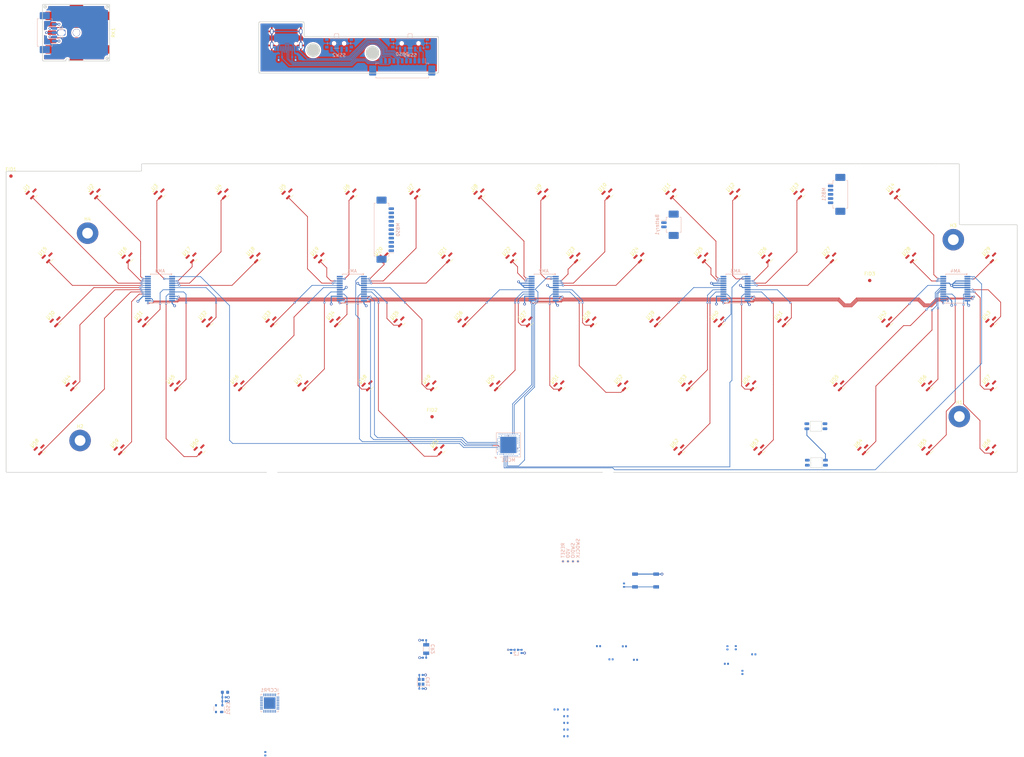
<source format=kicad_pcb>
(kicad_pcb (version 20240108) (generator "pcbnew") (generator_version "8.0")
  (layers (0 "F.Cu" signal) (31 "B.Cu" signal) (34 "B.Paste" user) (35 "F.Paste" user) (36 "B.SilkS" user "B.Silkscreen") (37 "F.SilkS" user "F.Silkscreen") (38 "B.Mask" user) (39 "F.Mask" user) (44 "Edge.Cuts" user))
  (net 0 "")
  (net 1 "AM0")
  (net 2 "AM1")
  (net 3 "AM2")
  (net 4 "AM3")
  (net 5 "AM4")
  (net 6 "AM0:5")
  (net 7 "AM0:3")
  (net 8 "AM0:13")
  (net 9 "AM0:14")
  (net 10 "AM0:4")
  (net 11 "AM0:9")
  (net 12 "AM0:11")
  (net 13 "AM0:8")
  (net 14 "AM0:10")
  (net 15 "AM0:12")
  (net 16 "AM0:2")
  (net 17 "AM0:1")
  (net 18 "AM0:6")
  (net 19 "AM0:7")
  (net 20 "AM0:15")
  (net 21 "AM0:0")
  (net 22 "AM2:5")
  (net 23 "AM1:5")
  (net 24 "AM1:0")
  (net 25 "AM1:14")
  (net 26 "AM1:7")
  (net 27 "AM1:3")
  (net 28 "AM1:6")
  (net 29 "AM1:9")
  (net 30 "AM1:1")
  (net 31 "AM1:8")
  (net 32 "AM1:10")
  (net 33 "AM1:12")
  (net 34 "AM1:15")
  (net 35 "AM2:2")
  (net 36 "AM2:4")
  (net 37 "AM2:6")
  (net 38 "AM2:13")
  (net 39 "AM2:8")
  (net 40 "AM3:12")
  (net 41 "AM2:9")
  (net 42 "AM2:7")
  (net 43 "AM3:5")
  (net 44 "AM3:8")
  (net 45 "AM3:1")
  (net 46 "AM3:2")
  (net 47 "AM3:4")
  (net 48 "AM3:7")
  (net 49 "AM3:9")
  (net 50 "AM4:12")
  (net 51 "AM3:14")
  (net 52 "AM3:6")
  (net 53 "AM4:14")
  (net 54 "AM4:0")
  (net 55 "AM4:11")
  (net 56 "AM4:15")
  (net 57 "AM4:2")
  (net 58 "AM4:1")
  (net 59 "AM4:7")
  (net 60 "AM4:9")
  (net 61 "AM2:14")
  (net 62 "AM3:15")
  (net 63 "AM3:0")
  (net 64 "AM4:8")
  (net 65 "AM3:13")
  (net 66 "AM2:15")
  (net 67 "AM2:0")
  (net 68 "AM2:1")
  (net 69 "BAT")
  (net 70 "DEC1")
  (net 71 "COM OS")
  (net 72 "COM Mode")
  (net 74 "USB D+ MBS")
  (net 75 "DEC3")
  (net 76 "USB D- MBS")
  (net 77 "S2 RK MBS")
  (net 81 "DEC4")
  (net 83 "DECUSB")
  (net 93 "GND")
  (net 98 "SELECT2")
  (net 101 "AM1:2")
  (net 102 "AM1:11")
  (net 103 "USB D+")
  (net 104 "USB D-")
  (net 105 "MCU D+")
  (net 106 "MCU D-")
  (net 107 "SELECT0")
  (net 108 "/Main Board/RF")
  (net 109 "SELECT3")
  (net 110 "COM RK")
  (net 111 "2.4GHz Switch")
  (net 112 "Win")
  (net 113 "BT Switch")
  (net 117 "VBUS")
  (net 118 "XC1")
  (net 119 "XC2")
  (net 120 "XL1")
  (net 121 "XL2")
  (net 122 "RESET")
  (net 123 "SWDIO")
  (net 124 "ANT")
  (net 125 "S2 RK")
  (net 127 "VOL UP")
  (net 128 "VOL DOWN")
  (net 129 "S1 RK")
  (net 130 "SWDCLK")
  (net 142 "SELECT1")
  (net 146 "MCU VOL DOWN")
  (net 147 "MCU VOL UP")
  (net 148 "Net-(ESD1-VCC)")
  (net 149 "USB CC1")
  (net 150 "USB CC2")
  (net 151 "USB CC1 MBS")
  (net 152 "USB CC2 MBS")
  (net 153 "Net-(LED0-DOUT)")
  (net 154 "3.3V")
  (net 160 "NTC")
  (net 172 "AM4:13")
  (net 173 "Net-(ICCPR1-VSET2)")
  (net 174 "VSYS")
  (net 175 "MCU LED")
  (net 181 "ICCR VBUS")
  (net 186 "2.4GHz ICCPR")
  (net 187 "Win ICCPR")
  (net 188 "BT ICCPR")
  (footprint "HE_Keyswitch:MX_Gateron_HE_1u" (layer "F.Cu") (at 169.08 74.6975)
    (property "Reference" "AM1:8" (hide yes))
    (property "Value" "5 %")
  )
  (footprint "Package_TO_SOT_SMD:SOT-23" (layer "F.Cu") (at 340.53 150.8975 45)
    (property "Reference" "U65")
    (property "Value" "Hall_Sensor")
  )
  (footprint "Package_TO_SOT_SMD:SOT-23" (layer "F.Cu") (at 169.08 74.6975 45)
    (property "Reference" "U6")
    (property "Value" "Hall_Sensor")
  )
  (footprint "Package_TO_SOT_SMD:SOT-23" (layer "F.Cu") (at 292.905 93.7475 45)
    (property "Reference" "U26")
    (property "Value" "Hall_Sensor")
  )
  (footprint "Package_TO_SOT_SMD:SOT-23" (layer "F.Cu") (at 216.705 93.7475 45)
    (property "Reference" "U22")
    (property "Value" "Hall_Sensor")
  )
  (footprint "Package_TO_SOT_SMD:SOT-23" (layer "F.Cu") (at 278.6175 112.7975 45)
    (property "Reference" "U40")
    (property "Value" "Hall_Sensor")
  )
  (footprint "MountingHole:MountingHole_3.2mm_M3_Pad" (layer "F.Cu") (at 349.89 141.3175)
    (property "Reference" "H1")
    (property "Value" "MountingHole")
  )
  (footprint "Package_TO_SOT_SMD:SOT-23" (layer "F.Cu") (at 126.2175 112.7975 45)
    (property "Reference" "U32")
    (property "Value" "Hall_Sensor")
  )
  (footprint "HE_Keyswitch:MX_Gateron_HE_1.5u" (layer "F.Cu") (at 78.5925 93.7475)
    (property "Reference" "AM0:11" (hide yes))
    (property "Value" "Tab")
  )
  (footprint "HE_Keyswitch:MX_Gateron_HE_1u" (layer "F.Cu") (at 359.58 112.7975)
    (property "Reference" "AM4:2" (hide yes))
    (property "Value" "PgUp Home")
  )
  (footprint "HE_Keyswitch:MX_Gateron_HE_1u" (layer "F.Cu") (at 207.18 74.6975)
    (property "Reference" "AM2:8" (hide yes))
    (property "Value" "7 &")
  )
  (footprint "HE_Keyswitch:MX_Gateron_HE_1.25u" (layer "F.Cu") (at 100.02375 150.8975)
    (property "Reference" "AM0:15" (hide yes))
    (property "Value" "Win")
  )
  (footprint "HE_Keyswitch:MX_Gateron_HE_1u" (layer "F.Cu") (at 111.93 74.6975)
    (property "Reference" "AM0:7" (hide yes))
    (property "Value" "2 @")
  )
  (footprint "HE_Keyswitch:MX_Gateron_HE_1.5u" (layer "F.Cu") (at 335.7675 93.7475)
    (property "Reference" "AM4:9" (hide yes))
    (property "Value" "\\ |")
  )
  (footprint "HE_Keyswitch:MX_Gateron_HE_1u" (layer "F.Cu") (at 121.455 93.7475)
    (property "Reference" "AM0:6" (hide yes))
    (property "Value" "W")
  )
  (footprint "HE_Keyswitch:MX_Gateron_HE_1u" (layer "F.Cu") (at 126.2175 112.7975)
    (property "Reference" "AM0:3" (hide yes))
    (property "Value" "S")
  )
  (footprint "Package_TO_SOT_SMD:SOT-23" (layer "F.Cu") (at 76.21125 150.8975 45)
    (property "Reference" "U58")
    (property "Value" "Hall_Sensor")
  )
  (footprint "HE_Keyswitch:MX_Gateron_HE_1u" (layer "F.Cu") (at 288.1425 131.8475)
    (property "Reference" "AM3:0" (hide yes))
    (property "Value" "/ ?")
  )
  (footprint "Package_TO_SOT_SMD:SOT-23" (layer "F.Cu") (at 359.58 150.8975 45)
    (property "Reference" "U66")
    (property "Value" "Hall_Sensor")
  )
  (footprint "Package_TO_SOT_SMD:SOT-23" (layer "F.Cu") (at 85.73625 131.8475 45)
    (property "Reference" "U44")
    (property "Value" "Hall_Sensor")
  )
  (footprint "HE_Keyswitch:MX_Gateron_HE_1u" (layer "F.Cu") (at 340.53 131.8475)
    (property "Reference" "AM4:14" (hide yes))
    (property "Value" "Up")
  )
  (footprint "HE_Keyswitch:MX_Gateron_HE_1u" (layer "F.Cu") (at 159.555 93.7475)
    (property "Reference" "AM1:9" (hide yes))
    (property "Value" "R")
  )
  (footprint "Package_TO_SOT_SMD:SOT-23" (layer "F.Cu") (at 192.8925 131.8475 45)
    (property "Reference" "U49")
    (property "Value" "Hall_Sensor")
  )
  (footprint "HE_Keyswitch:MX_Gateron_HE_1u" (layer "F.Cu") (at 107.1675 112.7975)
    (property "Reference" "AM0:2" (hide yes))
    (property "Value" "A")
  )
  (footprint "HE_Keyswitch:MX_Gateron_HE_1u" (layer "F.Cu") (at 259.5675 112.7975)
    (property "Reference" "AM3:12" (hide yes))
    (property "Value" "L")
  )
  (footprint "Package_TO_SOT_SMD:SOT-23" (layer "F.Cu") (at 73.83 74.6975 45)
    (property "Reference" "U1")
    (property "Value" "Hall_Sensor")
  )
  (footprint "HE_Keyswitch:MX_Gateron_HE_1u" (layer "F.Cu") (at 311.955 93.7475)
    (property "Reference" "AM3:4" (hide yes))
    (property "Value" "] }")
  )
  (footprint "Package_TO_SOT_SMD:SOT-23" (layer "F.Cu") (at 207.18 74.6975 45)
    (property "Reference" "U8")
    (property "Value" "Hall_Sensor")
  )
  (footprint "HE_Keyswitch:MX_Gateron_HE_1u" (layer "F.Cu") (at 188.13 74.6975)
    (property "Reference" "AM1:6" (hide yes))
    (property "Value" "6 ^")
  )
  (footprint "HE_Keyswitch:MX_Gateron_HE_1u" (layer "F.Cu") (at 359.58 150.8975)
    (property "Reference" "AM4:0" (hide yes))
    (property "Value" "Right")
  )
  (footprint "Package_TO_SOT_SMD:SOT-23" (layer "F.Cu") (at 100.02375 150.8975 45)
    (property "Reference" "U59")
    (property "Value" "Hall_Sensor")
  )
  (footprint "Package_TO_SOT_SMD:SOT-23" (layer "F.Cu") (at 245.28 74.6975 45)
    (property "Reference" "U10")
    (property "Value" "Hall_Sensor")
  )
  (footprint "Package_TO_SOT_SMD:SOT-23" (layer "F.Cu") (at 164.3175 112.7975 45)
    (property "Reference" "U34")
    (property "Value" "Hall_Sensor")
  )
  (footprint "Package_TO_SOT_SMD:SOT-23" (layer "F.Cu") (at 297.6675 112.7975 45)
    (property "Reference" "U41")
    (property "Value" "Hall_Sensor")
  )
  (footprint "HE_Keyswitch:MX_Gateron_HE_1u" (layer "F.Cu") (at 140.505 93.7475)
    (property "Reference" "AM0:4" (hide yes))
    (property "Value" "E")
  )
  (footprint "HE_Keyswitch:MX_Gateron_HE_2.25u_Stab" (layer "F.Cu") (at 85.73625 131.8475)
    (property "Reference" "AM0:13" (hide yes))
    (property "Value" "L Shift")
  )
  (footprint "Package_TO_SOT_SMD:SOT-23" (layer "F.Cu") (at 359.58 112.7975 45)
    (property "Reference" "U43")
    (property "Value" "Hall_Sensor")
  )
  (footprint "HE_Keyswitch:MX_Gateron_HE_1u" (layer "F.Cu") (at 269.0925 131.8475)
    (property "Reference" "AM3:13" (hide yes))
    (property "Value" ". >")
  )
  (footprint "Package_TO_SOT_SMD:SOT-23" (layer "F.Cu") (at 288.1425 131.8475 45)
    (property "Reference" "U54")
    (property "Value" "Hall_Sensor")
  )
  (footprint "Fiducial:Fiducial_1mm_Mask2mm" (layer "F.Cu") (at 192.8925 141.3725)
    (property "Reference" "FID2")
    (property "Value" "Fiducial")
  )
  (footprint "Package_TO_SOT_SMD:SOT-23" (layer "F.Cu") (at 254.805 93.7475 45)
    (property "Reference" "U24")
    (property "Value" "Hall_Sensor")
  )
  (footprint "Package_TO_SOT_SMD:SOT-23" (layer "F.Cu") (at 302.43 74.6975 45)
    (property "Reference" "U13")
    (property "Value" "Hall_Sensor")
  )
  (footprint "HE_Keyswitch:MX_Gateron_HE_1u" (layer "F.Cu") (at 116.6925 131.8475)
    (property "Reference" "AM0:1" (hide yes))
    (property "Value" "Z")
  )
  (footprint "Package_TO_SOT_SMD:SOT-23" (layer "F.Cu") (at 123.83625 150.8975 45)
    (property "Reference" "U60")
    (property "Value" "Hall_Sensor")
  )
  (footprint "HE_Keyswitch:MX_Gateron_HE_1u" (layer "F.Cu") (at 254.805 93.7475)
    (property "Reference" "AM2:4" (hide yes))
    (property "Value" "O")
  )
  (footprint "Package_TO_SOT_SMD:SOT-23" (layer "F.Cu") (at 321.48 150.8975 45)
    (property "Reference" "U64")
    (property "Value" "Hall_Sensor")
  )
  (footprint "Package_TO_SOT_SMD:SOT-23" (layer "F.Cu") (at 311.955 93.7475 45)
    (property "Reference" "U27")
    (property "Value" "Hall_Sensor")
  )
  (footprint "HE_Keyswitch:MX_Gateron_HE_1u" (layer "F.Cu") (at 192.8925 131.8475)
    (property "Reference" "AM1:3" (hide yes))
    (property "Value" "B")
  )
  (footprint "Package_TO_SOT_SMD:SOT-23" (layer "F.Cu") (at 195.27375 150.8975 45)
    (property "Reference" "U61")
    (property "Value" "Hall_Sensor")
  )
  (footprint "HE_Keyswitch:MX_Gateron_HE_1.75u" (layer "F.Cu") (at 80.97375 112.7975)
    (property "Reference" "AM0:12" (hide yes))
    (property "Value" "Caps Lock")
  )
  (footprint "Package_TO_SOT_SMD:SOT-23" (layer "F.Cu") (at 221.4675 112.7975 45)
    (property "Reference" "U37")
    (property "Value" "Hall_Sensor")
  )
  (footprint "HE_Keyswitch:MX_Gateron_HE_1u" (layer "F.Cu") (at 321.48 150.8975)
    (property "Reference" "AM4:13" (hide yes))
    (property "Value" "Left")
  )
  (footprint "HE_Keyswitch:MX_Gateron_HE_1u" (layer "F.Cu") (at 278.6175 112.7975)
    (property "Reference" "AM3:15" (hide yes))
    (property "Value" "; :")
  )
  (footprint "HE_Keyswitch:MX_Gateron_HE_1.25u" (layer "F.Cu") (at 290.52375 150.8975)
    (property "Reference" "AM3:1" (hide yes))
    (property "Value" "Fn")
  )
  (footprint "HE_Keyswitch:MX_Gateron_HE_1u" (layer "F.Cu") (at 221.4675 112.7975)
    (property "Reference" "AM2:15" (hide yes))
    (property "Value" "J")
  )
  (footprint "HE_Keyswitch:MX_Gateron_HE_1.25u" (layer "F.Cu") (at 266.71125 150.8975)
    (property "Reference" "AM3:14" (hide yes))
    (property "Value" "R Alt")
  )
  (footprint "MountingHole:MountingHole_3.2mm_M3_Pad" (layer "F.Cu") (at 88.09 148.4575)
    (property "Reference" "H2")
    (property "Value" "MountingHole")
  )
  (footprint "Package_TO_SOT_SMD:SOT-23" (layer "F.Cu") (at 178.605 93.7475 45)
    (property "Reference" "U20")
    (property "Value" "Hall_Sensor")
  )
  (footprint "Package_TO_SOT_SMD:SOT-23" (layer "F.Cu") (at 240.5175 112.7975 45)
    (property "Reference" "U38")
    (property "Value" "Hall_Sensor")
  )
  (footprint "Package_TO_SOT_SMD:SOT-23" (layer "F.Cu") (at 359.58 131.8475 45)
    (property "Reference" "U57")
    (property "Value" "Hall_Sensor")
  )
  (footprint "HE_Keyswitch:MX_Gateron_HE_1u" (layer "F.Cu") (at 178.605 93.7475)
    (property "Reference" "AM1:7" (hide yes))
    (property "Value" "T")
  )
  (footprint "Package_TO_SOT_SMD:SOT-23" (layer "F.Cu") (at 230.9925 131.8475 45)
    (property "Reference" "U51")
    (property "Value" "Hall_Sensor")
  )
  (footprint "HE_Keyswitch:MX_Gateron_HE_1u" (layer "F.Cu") (at 145.2675 112.7975)
    (property "Reference" "AM1:11" (hide yes))
    (property "Value" "D")
  )
  (footprint "Package_TO_SOT_SMD:SOT-23" (layer "F.Cu") (at 173.8425 131.8475 45)
    (property "Reference" "U48")
    (property "Value" "Hall_Sensor")
  )
  (footprint "Fiducial:Fiducial_1mm_Mask2mm" (layer "F.Cu") (at 67.5075 69.720837)
    (property "Reference" "FID1")
    (property "Value" "Fiducial")
  )
  (footprint "Package_TO_SOT_SMD:SOT-23" (layer "F.Cu") (at 266.71125 150.8975 45)
    (property "Reference" "U62")
    (property "Value" "Hall_Sensor")
  )
  (footprint "Package_TO_SOT_SMD:SOT-23" (layer "F.Cu") (at 140.505 93.7475 45)
    (property "Reference" "U18")
    (property "Value" "Hall_Sensor")
  )
  (footprint "MountingHole:MountingHole_3.2mm_M3_Pad" (layer "F.Cu") (at 90.32125 86.72625)
    (property "Reference" "H4")
    (property "Value" "MountingHole")
  )
  (footprint "HE_Keyswitch:MX_Gateron_HE_2u_Stab" (layer "F.Cu") (at 331.005 74.6975)
    (property "Reference" "AM4:8" (hide yes))
    (property "Value" "Backspace")
  )
  (footprint "Package_TO_SOT_SMD:SOT-23" (layer "F.Cu") (at 264.33 74.6975 45)
    (property "Reference" "U11")
    (property "Value" "Hall_Sensor")
  )
  (footprint "HE_Keyswitch:MX_Gateron_HE_1u" (layer "F.Cu") (at 92.88 74.6975)
    (property "Reference" "AM0:8" (hide yes))
    (property "Value" "1 !")
  )
  (footprint "HE_Keyswitch:MX_Gateron_HE_1u" (layer "F.Cu") (at 250.0425 131.8475)
    (property "Reference" "AM2:1" (hide yes))
    (property "Value" ", <")
  )
  (footprint "MountingHole:MountingHole_3.2mm_M3_Pad" (layer "F.Cu") (at 348.105 88.66)
    (property "Reference" "H3")
    (property "Value" "MountingHole")
  )
  (footprint "Package_TO_SOT_SMD:SOT-23" (layer "F.Cu") (at 202.4175 112.7975 45)
    (property "Reference" "U36")
    (property "Value" "Hall_Sensor")
  )
  (footprint "HE_Keyswitch:MX_Gateron_HE_1u" (layer "F.Cu") (at 102.405 93.7475)
    (property "Reference" "AM0:9" (hide yes))
    (property "Value" "Q")
  )
  (footprint "Package_TO_SOT_SMD:SOT-23" (layer "F.Cu") (at 78.5925 93.7475 45)
    (property "Reference" "U15")
    (property "Value" "Hall_Sensor")
  )
  (footprint "Package_TO_SOT_SMD:SOT-23" (layer "F.Cu") (at 107.1675 112.7975 45)
    (property "Reference" "U31")
    (property "Value" "Hall_Sensor")
  )
  (footprint "Package_TO_SOT_SMD:SOT-23" (layer "F.Cu") (at 130.98 74.6975 45)
    (property "Reference" "U4")
    (property "Value" "Hall_Sensor")
  )
  (footprint "Package_TO_SOT_SMD:SOT-23" (layer "F.Cu") (at 188.13 74.6975 45)
    (property "Reference" "U7")
    (property "Value" "Hall_Sensor")
  )
  (footprint "Package_TO_SOT_SMD:SOT-23" (layer "F.Cu") (at 102.405 93.7475 45)
    (property "Reference" "U16")
    (property "Value" "Hall_Sensor")
  )
  (footprint "HE_Keyswitch:MX_Gateron_HE_1.25u" (layer "F.Cu") (at 123.83625 150.8975)
    (property "Reference" "AM0:0" (hide yes))
    (property "Value" "L Alt")
  )
  (footprint "HE_Keyswitch:MX_Gateron_HE_6.25u_Stab" (layer "F.Cu") (at 195.27375 150.8975)
    (property "Reference" "AM1:1" (hide yes))
    (property "Value" "Space")
  )
  (footprint "HE_Keyswitch:MX_Gateron_HE_1u" (layer "F.Cu") (at 359.58 93.7475)
    (property "Reference" "AM4:7" (hide yes))
    (property "Value" "Delete Insert")
  )
  (footprint "Package_TO_SOT_SMD:SOT-23" (layer "F.Cu") (at 328.62375 112.7975 45)
    (property "Reference" "U42")
    (property "Value" "Hall_Sensor")
  )
  (footprint "HE_Keyswitch:MX_Gateron_HE_1.75u" (layer "F.Cu") (at 314.33625 131.8475)
    (property "Reference" "AM4:12" (hide yes))
    (property "Value" "R Shift")
  )
  (footprint "Package_TO_SOT_SMD:SOT-23" (layer "F.Cu") (at 359.58 93.7475 45)
    (property "Reference" "U29")
    (property "Value" "Hall_Sensor")
  )
  (footprint "Package_TO_SOT_SMD:SOT-23" (layer "F.Cu") (at 259.5675 112.7975 45)
    (property "Reference" "U39")
    (property "Value" "Hall_Sensor")
  )
  (footprint "Package_TO_SOT_SMD:SOT-23" (layer "F.Cu") (at 331.005 74.6975 45)
    (property "Reference" "U14")
    (property "Value" "Hall_Sensor")
  )
  (footprint "HE_Keyswitch:MX_Gateron_HE_1u" (layer "F.Cu") (at 292.905 93.7475)
    (property "Reference" "AM3:6" (hide yes))
    (property "Value" "[ {")
  )
  (footprint "Package_TO_SOT_SMD:SOT-23" (layer "F.Cu") (at 235.755 93.7475 45)
    (property "Reference" "U23")
    (property "Value" "Hall_Sensor")
  )
  (footprint "HE_Keyswitch:MX_Gateron_HE_1u" (layer "F.Cu") (at 264.33 74.6975)
    (property "Reference" "AM3:8" (hide yes))
    (property "Value" "0 )")
  )
  (footprint "HE_Keyswitch:MX_Gateron_HE_1u" (layer "F.Cu") (at 230.9925 131.8475)
    (property "Reference" "AM2:0" (hide yes))
    (property "Value" "M")
  )
  (footprint "HE_Keyswitch:MX_Gateron_HE_1u" (layer "F.Cu") (at 216.705 93.7475)
    (property "Reference" "AM2:9" (hide yes))
    (property "Value" "U")
  )
  (footprint "Package_TO_SOT_SMD:SOT-23" (layer "F.Cu") (at 92.88 74.6975 45)
    (property "Reference" "U2")
    (property "Value" "Hall_Sensor")
  )
  (footprint "HE_Keyswitch:MX_Gateron_HE_1u" (layer "F.Cu") (at 340.53 150.8975)
    (property "Reference" "AM4:15" (hide yes))
    (property "Value" "Down")
  )
  (footprint "HE_Keyswitch:MX_Gateron_HE_1u" (layer "F.Cu") (at 173.8425 131.8475)
    (property "Reference" "AM1:0" (hide yes))
    (property "Value" "V")
  )
  (footprint "Package_TO_SOT_SMD:SOT-23" (layer "F.Cu") (at 211.9425 131.8475 45)
    (property "Reference" "U50")
    (property "Value" "Hall_Sensor")
  )
  (footprint "Package_TO_SOT_SMD:SOT-23" (layer "F.Cu") (at 283.38 74.6975 45)
    (property "Reference" "U12")
    (property "Value" "Hall_Sensor")
  )
  (footprint "HE_Keyswitch:MX_Gateron_HE_2.25u_Stab" (layer "F.Cu") (at 328.62375 112.7975)
    (property "Reference" "AM4:11" (hide yes))
    (property "Value" "Enter")
  )
  (footprint "HE_Keyswitch:MX_Gateron_HE_1u" (layer "F.Cu") (at 135.7425 131.8475)
    (property "Reference" "AM1:12" (hide yes))
    (property "Value" "X")
  )
  (footprint "HE_Keyswitch:MX_Gateron_HE_1u" (layer "F.Cu") (at 359.58 131.8475)
    (property "Reference" "AM4:1" (hide yes))
    (property "Value" "PgDn End")
  )
  (footprint "Package_TO_SOT_SMD:SOT-23" (layer "F.Cu") (at 269.0925 131.8475 45)
    (property "Reference" "U53")
    (property "Value" "Hall_Sensor")
  )
  (footprint "HE_Keyswitch:MX_Gateron_HE_1u" (layer "F.Cu") (at 183.3675 112.7975)
    (property "Reference" "AM1:2" (hide yes))
    (property "Value" "G")
  )
  (footprint "Package_TO_SOT_SMD:SOT-23" (layer "F.Cu") (at 150.03 74.6975 45)
    (property "Reference" "U5")
    (property "Value" "Hall_Sensor")
  )
  (footprint "HE_Keyswitch:RotaryEncoder_Bourns_Vertical_PEC11J-9220F-S0015" (layer "F.Cu") (at 87.01 27.0125 -90)
    (property "Reference" "RK1")
    (property "Value" "RotaryEncoder_Switch_MP")
  )
  (footprint "HE_Keyswitch:MX_Gateron_HE_1u" (layer "F.Cu") (at 164.3175 112.7975)
    (property "Reference" "AM1:15" (hide yes))
    (property "Value" "F")
  )
  (footprint "Package_TO_SOT_SMD:SOT-23" (layer "F.Cu") (at 290.52375 150.8975 45)
    (property "Reference" "U63")
    (property "Value" "Hall_Sensor")
  )
  (footprint "Package_TO_SOT_SMD:SOT-23" (layer "F.Cu") (at 80.97375 112.7975 45)
    (property "Reference" "U30")
    (property "Value" "Hall_Sensor")
  )
  (footprint "HE_Keyswitch:MX_Gateron_HE_1u" (layer "F.Cu") (at 197.655 93.7475)
    (property "Reference" "AM1:5" (hide yes))
    (property "Value" "Y")
  )
  (footprint "HE_Keyswitch:MX_Gateron_HE_1u" (layer "F.Cu") (at 211.9425 131.8475)
    (property "Reference" "AM2:14" (hide yes))
    (property "Value" "N")
  )
  (footprint "Package_TO_SOT_SMD:SOT-23" (layer "F.Cu") (at 335.7675 93.7475 45)
    (property "Reference" "U28")
    (property "Value" "Hall_Sensor")
  )
  (footprint "Package_TO_SOT_SMD:SOT-23" (layer "F.Cu") (at 183.3675 112.7975 45)
    (property "Reference" "U35")
    (property "Value" "Hall_Sensor")
  )
  (footprint "Package_TO_SOT_SMD:SOT-23" (layer "F.Cu") (at 197.655 93.7475 45)
    (property "Reference" "U21")
    (property "Value" "Hall_Sensor")
  )
  (footprint "Package_TO_SOT_SMD:SOT-23" (layer "F.Cu") (at 111.93 74.6975 45)
    (property "Reference" "U3")
    (property "Value" "Hall_Sensor")
  )
  (footprint "HE_Keyswitch:MX_Gateron_HE_1.25u" (layer "F.Cu") (at 76.21125 150.8975)
    (property "Reference" "AM0:14" (hide yes))
    (property "Value" "L Ctrl")
  )
  (footprint "Package_TO_SOT_SMD:SOT-23" (layer "F.Cu") (at 121.455 93.7475 45)
    (property "Reference" "U17")
    (property "Value" "Hall_Sensor")
  )
  (footprint "HE_Keyswitch:MX_Gateron_HE_1u" (layer "F.Cu") (at 202.4175 112.7975)
    (property "Reference" "AM2:13" (hide yes))
    (property "Value" "H")
  )
  (footprint "HE_Keyswitch:MX_Gateron_HE_1u" (layer "F.Cu") (at 245.28 74.6975)
    (property "Reference" "AM2:5" (hide yes))
    (property "Value" "9 (")
  )
  (footprint "HE_Keyswitch:MX_Gateron_HE_1u" (layer "F.Cu") (at 73.83 74.6975)
    (property "Reference" "AM0:10" (hide yes))
    (property "Value" "Esc ` ~")
  )
  (footprint "Package_TO_SOT_SMD:SOT-23" (layer "F.Cu") (at 273.855 93.7475 45)
    (property "Reference" "U25")
    (property "Value" "Hall_Sensor")
  )
  (footprint "Package_TO_SOT_SMD:SOT-23" (layer "F.Cu") (at 226.23 74.6975 45)
    (property "Reference" "U9")
    (property "Value" "Hall_Sensor")
  )
  (footprint "HE_Keyswitch:MX_Gateron_HE_1u" (layer "F.Cu") (at 302.43 74.6975)
    (property "Reference" "AM3:5" (hide yes))
    (property "Value" "= +")
  )
  (footprint "HE_Keyswitch:MX_Gateron_HE_1u" (layer "F.Cu") (at 240.5175 112.7975)
    (property "Reference" "AM2:2" (hide yes))
    (property "Value" "K")
  )
  (footprint "HE_Keyswitch:MX_Gateron_HE_1u" (layer "F.Cu") (at 235.755 93.7475)
    (property "Reference" "AM2:6" (hide yes))
    (property "Value" "I")
  )
  (footprint "HE_Keyswitch:MX_Gateron_HE_1u" (layer "F.Cu") (at 130.98 74.6975)
    (property "Reference" "AM0:5" (hide yes))
    (property "Value" "3 #")
  )
  (footprint "Package_TO_SOT_SMD:SOT-23" (layer "F.Cu") (at 314.33625 131.8475 45)
    (property "Reference" "U55")
    (property "Value" "Hall_Sensor")
  )
  (footprint "Package_TO_SOT_SMD:SOT-23" (layer "F.Cu") (at 159.555 93.7475 45)
    (property "Reference" "U19")
    (property "Value" "Hall_Sensor")
  )
  (footprint "HE_Keyswitch:MX_Gateron_HE_1u" (layer "F.Cu") (at 297.6675 112.7975)
    (property "Reference" "AM3:2" (hide yes))
    (property "Value" "' \"")
  )
  (footprint "HE_Keyswitch:MX_Gateron_HE_1u" (layer "F.Cu") (at 283.38 74.6975)
    (property "Reference" "AM3:7" (hide yes))
    (property "Value" "- _")
  )
  (footprint "HE_Keyswitch:MX_Gateron_HE_1u" (layer "F.Cu") (at 154.7925 131.8475)
    (property "Reference" "AM1:14" (hide yes))
    (property "Value" "C")
  )
  (footprint "HE_Keyswitch:MX_Gateron_HE_1u" (layer "F.Cu") (at 273.855 93.7475)
    (property "Reference" "AM3:9" (hide yes))
    (property "Value" "P")
  )
  (footprint "Package_TO_SOT_SMD:SOT-23" (layer "F.Cu") (at 116.6925 131.8475 45)
    (property "Reference" "U45")
    (property "Value" "Hall_Sensor")
  )
  (footprint "Fiducial:Fiducial_1mm_Mask2mm" (layer "F.Cu") (at 323.202913 100.809587)
    (property "Reference" "FID3")
    (property "Value" "Fiducial")
  )
  (footprint "Package_TO_SOT_SMD:SOT-23" (layer "F.Cu") (at 135.7425 131.8475 45)
    (property "Reference" "U46")
    (property "Value" "Hall_Sensor")
  )
  (footprint "HE_Keyswitch:MX_Gateron_HE_1u" (layer "F.Cu") (at 150.03 74.6975)
    (property "Reference" "AM1:10" (hide yes))
    (property "Value" "4 $")
  )
  (footprint "Package_TO_SOT_SMD:SOT-23" (layer "F.Cu") (at 145.2675 112.7975 45)
    (property "Reference" "U33")
    (property "Value" "Hall_Sensor")
  )
  (footprint "Package_TO_SOT_SMD:SOT-23" (layer "F.Cu") (at 154.7925 131.8475 45)
    (property "Reference" "U47")
    (property "Value" "Hall_Sensor")
  )
  (footprint "Package_TO_SOT_SMD:SOT-23" (layer "F.Cu") (at 340.53 131.8475 45)
    (property "Reference" "U56")
    (property "Value" "Hall_Sensor")
  )
  (footprint "Package_TO_SOT_SMD:SOT-23" (layer "F.Cu") (at 250.0425 131.8475 45)
    (property "Reference" "U52")
    (property "Value" "Hall_Sensor")
  )
  (footprint "HE_Keyswitch:MX_Gateron_HE_1u" (layer "F.Cu") (at 226.23 74.6975)
    (property "Reference" "AM2:7" (hide yes))
    (property "Value" "8 *")
  )
  (footprint "ScottoKeebs_Components:Capacitor_0402" (layer "B.Cu") (at 216.43125 211.25875 90)
    (property "Reference" "C18" (hide yes))
    (property "Value" "0.8pF")
  )
  (footprint "Package_SO:SSOP-24_5.3x8.2mm_P0.65mm" (layer "B.Cu") (at 226.13 103.2375 180)
    (property "Reference" "AM2")
    (property "Value" "CD74HC4067SM")
  )
  (footprint "Crystal:Crystal_SMD_2016-4Pin_2.0x1.6mm" (layer "B.Cu") (at 189.65625 220.29875 90)
    (property "Reference" "CR1")
    (property "Value" "32MHz")
  )
  (footprint "Connector_Molex:Molex_PicoBlade_53261-0271_1x02-1MP_P1.25mm_Horizontal" (layer "B.Cu") (at 264.33 84.2225 -90)
    (property "Reference" "Battery1")
    (property "Value" "Conn_01x02_Socket")
  )
  (footprint "Connector_Molex:Molex_PicoBlade_53261-1171_1x11-1MP_P1.25mm_Horizontal" (layer "B.Cu") (at 178.35125 85.68 90)
    (property "Reference" "MBS0")
    (property "Value" "Conn_01x11_Socket")
  )
  (footprint "ScottoKeebs_Components:Capacitor_0402" (layer "B.Cu") (at 253.47 213.75375)
    (property "Reference" "C7" (hide yes))
    (property "Value" "100nF")
  )
  (footprint "HE_Keyswitch:TestPoint_Pad_D0.5mm" (layer "B.Cu") (at 231.875 184.45 -90)
    (property "Reference" "DBG1" (hide yes))
    (property "Value" "RESET")
  )
  (footprint "ScottoKeebs_Components:Resistor_0402" (layer "B.Cu") (at 151.742499 34.274075)
    (property "Reference" "R2" (hide yes))
    (property "Value" "5.1K" (hide yes))
  )
  (footprint "ScottoKeebs_Components:Resistor_0402" (layer "B.Cu") (at 250.04875 191.526251 -90)
    (property "Reference" "R6" (hide yes))
    (property "Value" "10k" (hide yes))
  )
  (footprint "ScottoKeebs_Components:Capacitor_0402" (layer "B.Cu") (at 190.66375 213.129999)
    (property "Reference" "C5" (hide yes))
    (property "Value" "12pF")
  )
  (footprint "ScottoKeebs_Components:Resistor_0402" (layer "B.Cu") (at 232.745476 230.5425 180)
    (property "Reference" "R8" (hide yes))
    (property "Value" "10k" (hide yes))
  )
  (footprint "ScottoKeebs_Components:Capacitor_0402" (layer "B.Cu") (at 189.58625 222.3375 180)
    (property "Reference" "C4" (hide yes))
    (property "Value" "12pF")
  )
  (footprint "ScottoKeebs_Components:Button_TL3342" (layer "B.Cu") (at 256.47125 190.13625 180)
    (property "Reference" "RSW1" (hide yes))
    (property "Value" "Switch")
  )
  (footprint "ScottoKeebs_Components:Capacitor_0402" (layer "B.Cu") (at 280.84 210.18375 90)
    (property "Reference" "C16" (hide yes))
    (property "Value" "100nF")
  )
  (footprint "ScottoKeebs_Components:Resistor_0402" (layer "B.Cu") (at 232.745476 234.5225 180)
    (property "Reference" "R13" (hide yes))
    (property "Value" "10k" (hide yes))
  )
  (footprint "HE_Keyswitch:TestPoint_Pad_D0.5mm" (layer "B.Cu") (at 234.85 184.45 -90)
    (property "Reference" "DBG4" (hide yes))
    (property "Value" "SWDIO")
  )
  (footprint "ScottoKeebs_Components:Capacitor_0402" (layer "B.Cu") (at 285.3025 217.50625 90)
    (property "Reference" "C12" (hide yes))
    (property "Value" "1µF")
  )
  (footprint "Package_TO_SOT_SMD:SOT-143" (layer "B.Cu") (at 129.50375 228.29 90)
    (property "Reference" "ESD1")
    (property "Value" "PRTR5V0U2X")
  )
  (footprint "Button_Switch_SMD:SW_SPDT_PCM12" (layer "B.Cu") (at 165.20495 30.5262)
    (property "Reference" "SSW2")
    (property "Value" "MSK12C01")
  )
  (footprint "Inductor_SMD:L_0402_1005Metric" (layer "B.Cu") (at 217.9575 210.77875)
    (property "Reference" "L2")
    (property "Value" "4.7nH")
  )
  (footprint "ScottoKeebs_Components:Fuse_0603" (layer "B.Cu") (at 131.241251 223.4225 180)
    (property "Reference" "F1" (hide yes))
    (property "Value" "900mA" (hide yes))
  )
  (footprint "ScottoKeebs_Components:Capacitor_0402" (layer "B.Cu") (at 130.93375 224.91 180)
    (property "Reference" "C1" (hide yes))
    (property "Value" "1µF")
  )
  (footprint "Package_SO:SSOP-24_5.3x8.2mm_P0.65mm" (layer "B.Cu") (at 169.01 103.2375 180)
    (property "Reference" "AM1")
    (property "Value" "CD74HC4067SM")
  )
  (footprint "ScottoKeebs_Components:Capacitor_0402" (layer "B.Cu") (at 288.69 212.1175 180)
    (property "Reference" "C15" (hide yes))
    (property "Value" "100nF")
  )
  (footprint "ScottoKeebs_Components:Capacitor_0402" (layer "B.Cu") (at 280.5425 214.94375)
    (property "Reference" "C13" (hide yes))
    (property "Value" "4.7µF")
  )
  (footprint "ScottoKeebs_Components:Resistor_0402" (layer "B.Cu") (at 232.745476 228.5525 180)
    (property "Reference" "R7" (hide yes))
    (property "Value" "10k" (hide yes))
  )
  (footprint "Crystal:Crystal_SMD_3215-2Pin_3.2x1.5mm" (layer "B.Cu") (at 191.14375 210.541249 90)
    (property "Reference" "CR2")
    (property "Value" "32.768kHz")
  )
  (footprint "Package_SO:SSOP-24_5.3x8.2mm_P0.65mm" (layer "B.Cu") (at 111.89 103.2375 180)
    (property "Reference" "AM0")
    (property "Value" "CD74HC4067SM")
  )
  (footprint "Connector_Molex:Molex_PicoBlade_53261-1171_1x11-1MP_P1.25mm_Horizontal" (layer "B.Cu") (at 184.01625 37.8025 180)
    (property "Reference" "DBS0")
    (property "Value" "Conn_01x11_Socket")
  )
  (footprint "HE_Keyswitch:TestPoint_Pad_D0.5mm" (layer "B.Cu") (at 233.3625 184.45 -90)
    (property "Reference" "DBG3" (hide yes))
    (property "Value" "VDD")
  )
  (footprint "ScottoKeebs_Components:Capacitor_0402" (layer "B.Cu") (at 219.555 211.25875 90)
    (property "Reference" "C19" (hide yes))
    (property "Value" "0.5pF")
  )
  (footprint "ScottoKeebs_Components:Capacitor_0402" (layer "B.Cu") (at 246.18125 213.605)
    (property "Reference" "C11" (hide yes))
    (property "Value" "4.7µF")
  )
  (footprint "ScottoKeebs_Components:Capacitor_0402" (layer "B.Cu") (at 190.66375 207.923749)
    (property "Reference" "C6" (hide yes))
    (property "Value" "12pF")
  )
  (footprint "Connector_Molex:Molex_PicoBlade_53261-0571_1x05-1MP_P1.25mm_Horizontal" (layer "B.Cu") (at 78.07375 27.0125 90)
    (property "Reference" "DBS1")
    (property "Value" "Conn_01x05_Socket")
  )
  (footprint "Package_DFN_QFN:Nordic_AQFN-73-1EP_7x7mm_P0.5mm" (layer "B.Cu") (at 215.615 149.77375)
    (property "Reference" "MCU1")
    (property "Value" "nRF52840 Datasheet Layout")
  )
  (footprint "ScottoKeebs_Components:Capacitor_0402" (layer "B.Cu") (at 189.58625 218.26 180)
    (property "Reference" "C3" (hide yes))
    (property "Value" "12pF")
  )
  (footprint "Package_SO:SSOP-24_5.3x8.2mm_P0.65mm" (layer "B.Cu") (at 348.7 103.2375 180)
    (property "Reference" "AM4")
    (property "Value" "CD74HC4067SM")
  )
  (footprint "HE_Keyswitch:TestPoint_Pad_D0.5mm" (layer "B.Cu") (at 236.3375 184.45 -90)
    (property "Reference" "DBG2" (hide yes))
    (property "Value" "SWDCLK")
  )
  (footprint "ScottoKeebs_Components:Capacitor_0402" (layer "B.Cu") (at 242.46258 209.685521 180)
    (property "Reference" "C10" (hide yes))
    (property "Value" "1µF")
  )
  (footprint "ScottoKeebs_Components:USB_C_HRO_TYPE-C-31-M-12" (layer "B.Cu") (at 149.4825 27.700325)
    (property "Reference" "USB1" (hide yes))
    (property "Value" "USB_C_Receptacle_USB2.0_14P")
  )
  (footprint "ScottoKeebs_Components:Capacitor_0402" (layer "B.Cu") (at 283.33 210.15 -90)
    (property "Reference" "C14" (hide yes))
    (property "Value" "100nF")
  )
  (footprint "Button_Switch_SMD:SW_SP3T_PCM13" (layer "B.Cu") (at 186.35495 30.5262)
    (property "Reference" "SSW1")
    (property "Value" "MSK13C01")
  )
  (footprint "Package_DFN_QFN:QFN-32-1EP_5x5mm_P0.5mm_EP3.45x3.45mm" (layer "B.Cu") (at 144.55 226.6375 180)
    (property "Reference" "ICCPR1")
    (property "Value" "nPM1300-Datasheet Layout")
  )
  (footprint "ScottoKeebs_Components:Resistor_0402" (layer "B.Cu") (at 232.745476 236.5125 180)
    (property "Reference" "R14" (hide yes))
    (property "Value" "10k" (hide yes))
  )
  (footprint "ScottoKeebs_Components:Capacitor_0402" (layer "B.Cu") (at 130.93375 226.1 180)
    (property "Reference" "C2" (hide yes))
    (property "Value" "100nF")
  )
  (footprint "ScottoKeebs_Components:Resistor_0402" (layer "B.Cu") (at 232.745476 232.5325 180)
    (property "Reference" "R9" (hide yes))
    (property "Value" "10k" (hide yes))
  )
  (footprint "ScottoKeebs_Components:Resistor_0402" (layer "B.Cu") (at 147.722501 34.274074 180)
    (property "Reference" "R1" (hide yes))
    (property "Value" "5.1K" (hide yes))
  )
  (footprint "Connector_Molex:Molex_PicoBlade_53261-0571_1x05-1MP_P1.25mm_Horizontal" (layer "B.Cu") (at 313.9575 75.16 -90)
    (property "Reference" "MBS1")
    (property "Value" "Conn_01x05_Socket")
  )
  (footprint "Package_SO:SSOP-24_5.3x8.2mm_P0.65mm" (layer "B.Cu") (at 283.25 103.2375 180)
    (property "Reference" "AM3")
    (property "Value" "CD74HC4067SM")
  )
  (footprint "ScottoKeebs_Components:LED_SK6812MINI" (layer "B.Cu") (at 307.3325 155.0625 180)
    (property "Reference" "LED1" (hide yes))
    (property "Value" "LED_SK6812MINI" (hide yes))
    (fp_line (start 1.7 1.5) (end 1.7 -1.5) (stroke (width 0.12)) (layer "Edge.Cuts"))
    (fp_line (start 1.7 -1.5) (end -1.7 -1.5) (stroke (width 0.12)) (layer "Edge.Cuts"))
    (fp_line (start -1.7 1.5) (end 1.7 1.5) (stroke (width 0.12)) (layer "Edge.Cuts"))
    (fp_line (start -1.7 -1.5) (end -1.7 1.5) (stroke (width 0.12)) (layer "Edge.Cuts"))
  )
  (footprint "ScottoKeebs_Components:LED_SK6812MINI" (layer "B.Cu") (at 307.18375 144.20375 180)
    (property "Reference" "LED0" (hide yes))
    (property "Value" "LED_SK6812MINI" (hide yes))
    (fp_line (start 1.7 1.5) (end 1.7 -1.5) (stroke (width 0.12)) (layer "Edge.Cuts"))
    (fp_line (start 1.7 -1.5) (end -1.7 -1.5) (stroke (width 0.12)) (layer "Edge.Cuts"))
    (fp_line (start -1.7 1.5) (end 1.7 1.5) (stroke (width 0.12)) (layer "Edge.Cuts"))
    (fp_line (start -1.7 -1.5) (end -1.7 1.5) (stroke (width 0.12)) (layer "Edge.Cuts"))
  )
  (footprint "ScottoKeebs_Components:Resistor_0402" (layer "B.Cu") (at 143.24625 241.71875 90)
    (property "Reference" "R11" (hide yes))
    (property "Value" "250-500k" (hide yes))
  )
  (footprint "ScottoKeebs_Components:Capacitor_0402" (layer "B.Cu") (at 229.855476 228.5425 180)
    (property "Reference" "C17" (hide yes))
    (property "Value" "1µF")
  )
  (footprint "ScottoKeebs_Components:Capacitor_0402" (layer "B.Cu") (at 250.16375 209.7375)
    (property "Reference" "C8" (hide yes))
    (property "Value" "100nF")
  )
  (gr_arc (start 194.5625 28.164125) (mid 194.739285 28.237324) (end 194.8125 28.414125) (stroke (width 0.2)) (layer "Edge.Cuts"))
  (gr_arc (start 83.875 35.437251) (mid 84.32125 34.771246) (end 84.7675 35.437251) (stroke (width 0.2)) (layer "Edge.Cuts"))
  (gr_circle (center 175.1575 33.0312) (end 177.0825 33.0312) (stroke (width 0.2)) (fill solid) (layer "Edge.Cuts"))
  (gr_arc (start 106.38625 66.3) (mid 106.459473 66.123223) (end 106.63625 66.05) (stroke (width 0.2)) (layer "Edge.Cuts"))
  (gr_circle (center 96.1525 19.337501) (end 96.56875 19.337501) (stroke (width 0.2)) (fill solid) (layer "Edge.Cuts"))
  (gr_arc (start 350.14 84.1975) (mid 349.963256 84.124259) (end 349.89 83.9475) (stroke (width 0.2)) (layer "Edge.Cuts"))
  (gr_arc (start 76.8925 18.837251) (mid 76.965691 18.660427) (end 77.1425 18.587251) (stroke (width 0.2)) (layer "Edge.Cuts"))
  (gr_line (start 106.38625 66.3) (end 106.38625 68.03125) (stroke (width 0.2)) (layer "Edge.Cuts"))
  (gr_line (start 96.885 18.837251) (end 96.885 35.187251) (stroke (width 0.2)) (layer "Edge.Cuts"))
  (gr_line (start 194.8125 28.414125) (end 194.8125 38.8) (stroke (width 0.2)) (layer "Edge.Cuts"))
  (gr_line (start 349.64 66.05) (end 106.63625 66.05) (stroke (width 0.2)) (layer "Edge.Cuts"))
  (gr_line (start 77.1425 35.437251) (end 83.875 35.437251) (stroke (width 0.2)) (layer "Edge.Cuts"))
  (gr_circle (center 96.1525 34.658751) (end 96.56875 34.658751) (stroke (width 0.2)) (fill solid) (layer "Edge.Cuts"))
  (gr_line (start 106.13625 68.28125) (end 66.325 68.28125) (stroke (width 0.2)) (layer "Edge.Cuts"))
  (gr_arc (start 77.1425 35.437251) (mid 76.96572 35.364016) (end 76.8925 35.187251) (stroke (width 0.2)) (layer "Edge.Cuts"))
  (gr_arc (start 155.05495 28.164125) (mid 154.878185 28.090889) (end 154.80495 27.914125) (stroke (width 0.2)) (layer "Edge.Cuts"))
  (gr_line (start 84.7675 35.437251) (end 96.635 35.437251) (stroke (width 0.2)) (layer "Edge.Cuts"))
  (gr_arc (start 141.3125 24.05) (mid 141.385744 23.873238) (end 141.5625 23.8) (stroke (width 0.2)) (layer "Edge.Cuts"))
  (gr_line (start 366.895 84.1975) (end 350.14 84.1975) (stroke (width 0.2)) (layer "Edge.Cuts"))
  (gr_arc (start 96.885 35.187251) (mid 96.811809 35.364075) (end 96.635 35.437251) (stroke (width 0.2)) (layer "Edge.Cuts"))
  (gr_arc (start 367.145 157.68) (mid 367.07178 157.856794) (end 366.895 157.93) (stroke (width 0.2)) (layer "Edge.Cuts"))
  (gr_circle (center 157.4825 32.220325) (end 159.4075 32.220325) (stroke (width 0.2)) (fill solid) (layer "Edge.Cuts"))
  (gr_arc (start 154.55495 23.8) (mid 154.731747 23.873209) (end 154.80495 24.05) (stroke (width 0.2)) (layer "Edge.Cuts"))
  (gr_arc (start 141.5625 39.05) (mid 141.385691 38.976808) (end 141.3125 38.8) (stroke (width 0.2)) (layer "Edge.Cuts"))
  (gr_line (start 194.5625 39.05) (end 141.5625 39.05) (stroke (width 0.2)) (layer "Edge.Cuts"))
  (gr_arc (start 66.325 157.93) (mid 66.148256 157.856759) (end 66.075 157.68) (stroke (width 0.2)) (layer "Edge.Cuts"))
  (gr_line (start 349.89 83.9475) (end 349.89 66.3) (stroke (width 0.2)) (layer "Edge.Cuts"))
  (gr_line (start 154.80495 24.05) (end 154.80495 27.914125) (stroke (width 0.2)) (layer "Edge.Cuts"))
  (gr_line (start 76.8925 35.187251) (end 76.8925 18.837251) (stroke (width 0.2)) (layer "Edge.Cuts"))
  (gr_circle (center 77.7075 19.337501) (end 78.12375 19.337501) (stroke (width 0.2)) (fill solid) (layer "Edge.Cuts"))
  (gr_arc (start 106.38625 68.03125) (mid 106.313074 68.208088) (end 106.13625 68.28125) (stroke (width 0.2)) (layer "Edge.Cuts"))
  (gr_line (start 66.325 157.93) (end 366.895 157.93) (stroke (width 0.2)) (layer "Edge.Cuts"))
  (gr_line (start 141.5625 23.8) (end 154.55495 23.8) (stroke (width 0.2)) (layer "Edge.Cuts"))
  (gr_line (start 155.05495 28.164125) (end 194.5625 28.164125) (stroke (width 0.2)) (layer "Edge.Cuts"))
  (gr_arc (start 349.64 66.05) (mid 349.816838 66.123176) (end 349.89 66.3) (stroke (width 0.2)) (layer "Edge.Cuts"))
  (gr_arc (start 194.8125 38.8) (mid 194.739277 38.976779) (end 194.5625 39.05) (stroke (width 0.2)) (layer "Edge.Cuts"))
  (gr_arc (start 96.635 18.587251) (mid 96.81178 18.660486) (end 96.885 18.837251) (stroke (width 0.2)) (layer "Edge.Cuts"))
  (gr_line (start 141.3125 38.8) (end 141.3125 24.05) (stroke (width 0.2)) (layer "Edge.Cuts"))
  (gr_arc (start 66.075 68.53125) (mid 66.148179 68.354429) (end 66.325 68.28125) (stroke (width 0.2)) (layer "Edge.Cuts"))
  (gr_line (start 77.1425 18.587251) (end 96.635 18.587251) (stroke (width 0.2)) (layer "Edge.Cuts"))
  (gr_arc (start 366.895 84.1975) (mid 367.071838 84.270676) (end 367.145 84.4475) (stroke (width 0.2)) (layer "Edge.Cuts"))
  (gr_line (start 367.145 157.68) (end 367.145 84.4475) (stroke (width 0.2)) (layer "Edge.Cuts"))
  (gr_line (start 66.075 68.53125) (end 66.075 157.68) (stroke (width 0.2)) (layer "Edge.Cuts"))
  (segment (start 133.5275 149.33375) (end 201.085001 149.33375) (width 0.2) (layer "B.Cu") (net 1))
  (segment (start 123.96875 99.6625) (end 132.59625 108.29) (width 0.2) (layer "B.Cu") (net 1))
  (segment (start 132.59625 148.4025) (end 133.5275 149.33375) (width 0.2) (layer "B.Cu") (net 1))
  (segment (start 201.085001 149.33375) (end 202.275001 150.52375) (width 0.2) (layer "B.Cu") (net 1))
  (segment (start 202.275001 150.52375) (end 212.365 150.52375) (width 0.2) (layer "B.Cu") (net 1))
  (segment (start 115.49 99.6625) (end 123.96875 99.6625) (width 0.2) (layer "B.Cu") (net 1))
  (segment (start 132.59625 108.29) (end 132.59625 148.4025) (width 0.2) (layer "B.Cu") (net 1))
  (segment (start 210.845294 149.97625) (end 212.5675 149.97625) (width 0.2) (layer "F.Cu") (net 2))
  (segment (start 212.5675 149.97625) (end 212.865 150.27375) (width 0.2) (layer "F.Cu") (net 2))
  (via micro (at 210.845294 149.97625) (size 0.35) (drill 0.15) (layers "F.Cu" "B.Cu") (net 2))
  (via micro (at 212.865 150.27375) (size 0.35) (drill 0.15) (layers "F.Cu" "B.Cu") (net 2))
  (segment (start 172.1075 148.78625) (end 171.27125 147.95) (width 0.2) (layer "B.Cu") (net 2))
  (segment (start 202.60125 149.97625) (end 201.41125 148.78625) (width 0.2) (layer "B.Cu") (net 2))
  (segment (start 171.27125 112.1575) (end 170.165 111.05125) (width 0.2) (layer "B.Cu") (net 2))
  (segment (start 171.364779 99.6625) (end 172.61 99.6625) (width 0.2) (layer "B.Cu") (net 2))
  (segment (start 170.165 111.05125) (end 170.165 100.862279) (width 0.2) (layer "B.Cu") (net 2))
  (segment (start 201.41125 148.78625) (end 172.1075 148.78625) (width 0.2) (layer "B.Cu") (net 2))
  (segment (start 171.27125 147.95) (end 171.27125 112.1575) (width 0.2) (layer "B.Cu") (net 2))
  (segment (start 210.845294 149.97625) (end 202.60125 149.97625) (width 0.2) (layer "B.Cu") (net 2))
  (segment (start 170.165 100.862279) (end 171.364779 99.6625) (width 0.2) (layer "B.Cu") (net 2))
  (segment (start 218.7075 155.99375) (end 215.365 155.99375) (width 0.2) (layer "B.Cu") (net 3))
  (segment (start 215.365 155.99375) (end 215.365 153.02375) (width 0.2) (layer "B.Cu") (net 3))
  (segment (start 229.73 99.6625) (end 227.37375 99.6625) (width 0.2) (layer "B.Cu") (net 3))
  (segment (start 224.405002 107.118357) (end 223.4225 108.100859) (width 0.2) (layer "B.Cu") (net 3))
  (segment (start 220.4475 135.51125) (end 220.4475 154.25375) (width 0.2) (layer "B.Cu") (net 3))
  (segment (start 223.4225 108.100859) (end 223.4225 132.53625) (width 0.2) (layer "B.Cu") (net 3))
  (segment (start 223.605 103.43125) (end 224.405002 104.231252) (width 0.2) (layer "B.Cu") (net 3))
  (segment (start 227.37375 99.6625) (end 223.605 103.43125) (width 0.2) (layer "B.Cu") (net 3))
  (segment (start 220.4475 154.25375) (end 218.7075 155.99375) (width 0.2) (layer "B.Cu") (net 3))
  (segment (start 224.405002 104.231252) (end 224.405002 107.118357) (width 0.2) (layer "B.Cu") (net 3))
  (segment (start 223.4225 132.53625) (end 220.4475 135.51125) (width 0.2) (layer "B.Cu") (net 3))
  (segment (start 281.55625 156.29375) (end 281.55875 156.29625) (width 0.2) (layer "B.Cu") (net 4))
  (segment (start 282.188839 130.527411) (end 282.188839 102.873718) (width 0.2) (layer "B.Cu") (net 4))
  (segment (start 214.865 153.02375) (end 214.865 156.29375) (width 0.2) (layer "B.Cu") (net 4))
  (segment (start 214.865 156.29375) (end 281.55625 156.29375) (width 0.2) (layer "B.Cu") (net 4))
  (segment (start 281.55875 156.29625) (end 281.55875 131.1575) (width 0.2) (layer "B.Cu") (net 4))
  (segment (start 281.55875 131.1575) (end 282.188839 130.527411) (width 0.2) (layer "B.Cu") (net 4))
  (segment (start 282.188839 102.873718) (end 285.400057 99.6625) (width 0.2) (layer "B.Cu") (net 4))
  (segment (start 285.400057 99.6625) (end 286.85 99.6625) (width 0.2) (layer "B.Cu") (net 4))
  (segment (start 356.52875 125.505) (end 324.87125 157.1625) (width 0.2) (layer "B.Cu") (net 5))
  (segment (start 247.259887 157.1625) (end 246.691137 156.59375) (width 0.2) (layer "B.Cu") (net 5))
  (segment (start 356.52875 101.85375) (end 356.52875 125.505) (width 0.2) (layer "B.Cu") (net 5))
  (segment (start 354.3375 99.6625) (end 356.52875 101.85375) (width 0.2) (layer "B.Cu") (net 5))
  (segment (start 352.3 99.6625) (end 354.3375 99.6625) (width 0.2) (layer "B.Cu") (net 5))
  (segment (start 246.691137 156.59375) (end 214.365 156.59375) (width 0.2) (layer "B.Cu") (net 5))
  (segment (start 324.87125 157.1625) (end 247.259887 157.1625) (width 0.2) (layer "B.Cu") (net 5))
  (segment (start 214.365 156.59375) (end 214.365 153.023751) (width 0.2) (layer "B.Cu") (net 5))
  (segment (start 130.064876 76.956127) (end 130.988839 76.032164) (width 0.2) (layer "F.Cu") (net 6))
  (segment (start 120.695 101.6125) (end 130.064876 92.242624) (width 0.2) (layer "F.Cu") (net 6))
  (segment (start 117.38625 101.6125) (end 120.695 101.6125) (width 0.2) (layer "F.Cu") (net 6))
  (segment (start 130.064876 92.242624) (end 130.064876 76.956127) (width 0.2) (layer "F.Cu") (net 6))
  (via (at 117.38625 101.6125) (size 0.6) (drill 0.3) (layers "F.Cu" "B.Cu") (net 6))
  (segment (start 117.38625 101.6125) (end 115.49 101.6125) (width 0.2) (layer "B.Cu") (net 6))
  (segment (start 128.58 111.778503) (end 126.226339 114.132164) (width 0.2) (layer "F.Cu") (net 7))
  (segment (start 128.58 107.41125) (end 128.58 111.778503) (width 0.2) (layer "F.Cu") (net 7))
  (via (at 128.58 107.41125) (size 0.6) (drill 0.3) (layers "F.Cu" "B.Cu") (net 7))
  (segment (start 125.605 102.9125) (end 115.49 102.9125) (width 0.2) (layer "B.Cu") (net 7))
  (segment (start 128.58 105.8875) (end 125.605 102.9125) (width 0.2) (layer "B.Cu") (net 7))
  (segment (start 128.58 107.41125) (end 128.58 105.8875) (width 0.2) (layer "B.Cu") (net 7))
  (segment (start 106.23 103.564335) (end 98.486915 103.564335) (width 0.2) (layer "F.Cu") (net 8))
  (segment (start 98.486915 103.564335) (end 88.027376 114.023874) (width 0.2) (layer "F.Cu") (net 8))
  (segment (start 88.027376 130.899878) (end 85.74509 133.182164) (width 0.2) (layer "F.Cu") (net 8))
  (segment (start 85.74509 133.182164) (end 85.745089 133.182164) (width 0.2) (layer "F.Cu") (net 8))
  (segment (start 88.027376 114.023874) (end 88.027376 130.899878) (width 0.2) (layer "F.Cu") (net 8))
  (via (at 106.23 103.564335) (size 0.6) (drill 0.3) (layers "F.Cu" "B.Cu") (net 8))
  (segment (start 106.23 103.564335) (end 108.288165 103.564335) (width 0.2) (layer "B.Cu") (net 8))
  (segment (start 108.288165 103.564335) (end 108.29 103.5625) (width 0.2) (layer "B.Cu") (net 8))
  (segment (start 106.5275 104.2125) (end 103.19375 104.2125) (width 0.2) (layer "F.Cu") (net 9))
  (segment (start 103.19375 104.2125) (end 95.34875 112.0575) (width 0.2) (layer "F.Cu") (net 9))
  (segment (start 95.34875 112.0575) (end 95.34875 133.103503) (width 0.2) (layer "F.Cu") (net 9))
  (segment (start 95.34875 133.103503) (end 76.220089 152.232164) (width 0.2) (layer "F.Cu") (net 9))
  (via (at 106.5275 104.2125) (size 0.6) (drill 0.3) (layers "F.Cu" "B.Cu") (net 9))
  (segment (start 106.5275 104.2125) (end 108.29 104.2125) (width 0.2) (layer "B.Cu") (net 9))
  (segment (start 133.333503 102.2625) (end 140.513839 95.082164) (width 0.2) (layer "F.Cu") (net 10))
  (segment (start 117.68375 102.2625) (end 133.333503 102.2625) (width 0.2) (layer "F.Cu") (net 10))
  (via (at 117.68375 102.2625) (size 0.6) (drill 0.3) (layers "F.Cu" "B.Cu") (net 10))
  (segment (start 117.68375 102.2625) (end 115.49 102.2625) (width 0.2) (layer "B.Cu") (net 10))
  (segment (start 102.413839 97.202589) (end 102.413839 95.082164) (width 0.2) (layer "F.Cu") (net 11))
  (segment (start 106.17375 100.9625) (end 102.413839 97.202589) (width 0.2) (layer "F.Cu") (net 11))
  (segment (start 106.5275 100.9625) (end 106.17375 100.9625) (width 0.2) (layer "F.Cu") (net 11))
  (via (at 106.5275 100.9625) (size 0.6) (drill 0.3) (layers "F.Cu" "B.Cu") (net 11))
  (segment (start 106.5275 100.9625) (end 108.29 100.9625) (width 0.2) (layer "B.Cu") (net 11))
  (segment (start 85.781675 102.2625) (end 78.601339 95.082164) (width 0.2) (layer "F.Cu") (net 12))
  (segment (start 106.5275 102.2625) (end 85.781675 102.2625) (width 0.2) (layer "F.Cu") (net 12))
  (via (at 106.5275 102.2625) (size 0.6) (drill 0.3) (layers "F.Cu" "B.Cu") (net 12))
  (segment (start 106.5275 102.2625) (end 108.29 102.2625) (width 0.2) (layer "B.Cu") (net 12))
  (segment (start 106.11875 89.262075) (end 92.888839 76.032164) (width 0.2) (layer "F.Cu") (net 13))
  (segment (start 106.11875 99.6225) (end 106.11875 89.262075) (width 0.2) (layer "F.Cu") (net 13))
  (segment (start 106.8025 100.30625) (end 106.11875 99.6225) (width 0.2) (layer "F.Cu") (net 13))
  (via (at 106.8025 100.30625) (size 0.6) (drill 0.3) (layers "F.Cu" "B.Cu") (net 13))
  (segment (start 106.80875 100.3125) (end 108.29 100.3125) (width 0.2) (layer "B.Cu") (net 13))
  (segment (start 106.8025 100.30625) (end 106.80875 100.3125) (width 0.2) (layer "B.Cu") (net 13))
  (segment (start 99.419175 101.6125) (end 73.838839 76.032164) (width 0.2) (layer "F.Cu") (net 14))
  (segment (start 106.23 101.6125) (end 99.419175 101.6125) (width 0.2) (layer "F.Cu") (net 14))
  (via (at 106.23 101.6125) (size 0.6) (drill 0.3) (layers "F.Cu" "B.Cu") (net 14))
  (segment (start 106.23 101.6125) (end 108.29 101.6125) (width 0.2) (layer "B.Cu") (net 14))
  (segment (start 105.9325 102.9125) (end 92.202253 102.9125) (width 0.2) (layer "F.Cu") (net 15))
  (segment (start 92.202253 102.9125) (end 80.982589 114.132164) (width 0.2) (layer "F.Cu") (net 15))
  (via (at 105.9325 102.9125) (size 0.6) (drill 0.3) (layers "F.Cu" "B.Cu") (net 15))
  (segment (start 105.9325 102.9125) (end 108.29 102.9125) (width 0.2) (layer "B.Cu") (net 15))
  (segment (start 111.92 107.71125) (end 111.92 109.388503) (width 0.2) (layer "F.Cu") (net 16))
  (segment (start 111.92 109.388503) (end 107.176339 114.132164) (width 0.2) (layer "F.Cu") (net 16))
  (via (at 111.92 107.71125) (size 0.6) (drill 0.3) (layers "F.Cu" "B.Cu") (net 16))
  (segment (start 112.8125 103.5625) (end 115.49 103.5625) (width 0.2) (layer "B.Cu") (net 16))
  (segment (start 111.92 107.71125) (end 111.92 104.455) (width 0.2) (layer "B.Cu") (net 16))
  (segment (start 111.92 104.455) (end 112.8125 103.5625) (width 0.2) (layer "B.Cu") (net 16))
  (segment (start 119.655 130.228503) (end 116.701339 133.182164) (width 0.2) (layer "F.Cu") (net 17))
  (segment (start 119.655 107.41125) (end 119.655 130.228503) (width 0.2) (layer "F.Cu") (net 17))
  (via (at 119.655 107.41125) (size 0.6) (drill 0.3) (layers "F.Cu" "B.Cu") (net 17))
  (segment (start 119.655 107.41125) (end 119.655 104.9225) (width 0.2) (layer "B.Cu") (net 17))
  (segment (start 118.945 104.2125) (end 115.49 104.2125) (width 0.2) (layer "B.Cu") (net 17))
  (segment (start 119.655 104.9225) (end 118.945 104.2125) (width 0.2) (layer "B.Cu") (net 17))
  (segment (start 117.08875 100.9625) (end 117.22 100.9625) (width 0.2) (layer "F.Cu") (net 18))
  (segment (start 117.22 100.9625) (end 121.463839 96.718661) (width 0.2) (layer "F.Cu") (net 18))
  (segment (start 121.463839 96.718661) (end 121.463839 95.082164) (width 0.2) (layer "F.Cu") (net 18))
  (via (at 117.08875 100.9625) (size 0.6) (drill 0.3) (layers "F.Cu" "B.Cu") (net 18))
  (segment (start 117.08875 100.9625) (end 115.49 100.9625) (width 0.2) (layer "B.Cu") (net 18))
  (segment (start 113.12625 100.3125) (end 110.936663 98.122913) (width 0.2) (layer "F.Cu") (net 19))
  (segment (start 110.936663 77.03434) (end 111.938839 76.032164) (width 0.2) (layer "F.Cu") (net 19))
  (segment (start 110.936663 98.122913) (end 110.936663 77.03434) (width 0.2) (layer "F.Cu") (net 19))
  (via (at 113.12625 100.3125) (size 0.6) (drill 0.3) (layers "F.Cu" "B.Cu") (net 19))
  (segment (start 113.12625 100.3125) (end 115.49 100.3125) (width 0.2) (layer "B.Cu") (net 19))
  (segment (start 103.44125 148.823503) (end 100.032589 152.232164) (width 0.2) (layer "F.Cu") (net 20))
  (segment (start 106.825 104.8625) (end 105.6675 104.8625) (width 0.2) (layer "F.Cu") (net 20))
  (segment (start 103.44125 107.08875) (end 103.44125 148.823503) (width 0.2) (layer "F.Cu") (net 20))
  (segment (start 105.6675 104.8625) (end 103.44125 107.08875) (width 0.2) (layer "F.Cu") (net 20))
  (via (at 106.825 104.8625) (size 0.6) (drill 0.3) (layers "F.Cu" "B.Cu") (net 20))
  (segment (start 106.825 104.8625) (end 108.29 104.8625) (width 0.2) (layer "B.Cu") (net 20))
  (segment (start 123.845089 152.232165) (end 123.845089 152.232164) (width 0.2) (layer "F.Cu") (net 21))
  (segment (start 119.044877 153.252377) (end 122.824877 153.252377) (width 0.2) (layer "F.Cu") (net 21))
  (segment (start 122.824877 153.252377) (end 123.845089 152.232165) (width 0.2) (layer "F.Cu") (net 21))
  (segment (start 113.705 147.9125) (end 119.044877 153.252377) (width 0.2) (layer "F.Cu") (net 21))
  (segment (start 113.705 107.71125) (end 113.705 147.9125) (width 0.2) (layer "F.Cu") (net 21))
  (via (at 113.705 107.71125) (size 0.6) (drill 0.3) (layers "F.Cu" "B.Cu") (net 21))
  (segment (start 113.705 105.5225) (end 114.365 104.8625) (width 0.2) (layer "B.Cu") (net 21))
  (segment (start 114.365 104.8625) (end 115.49 104.8625) (width 0.2) (layer "B.Cu") (net 21))
  (segment (start 113.705 107.71125) (end 113.705 105.5225) (width 0.2) (layer "B.Cu") (net 21))
  (segment (start 234.981003 101.6125) (end 244.331964 92.261539) (width 0.2) (layer "F.Cu") (net 22))
  (segment (start 244.331964 92.261539) (end 244.331964 76.989039) (width 0.2) (layer "F.Cu") (net 22))
  (segment (start 244.331964 76.989039) (end 245.288839 76.032164) (width 0.2) (layer "F.Cu") (net 22))
  (segment (start 231.62625 101.6125) (end 234.981003 101.6125) (width 0.2) (layer "F.Cu") (net 22))
  (via (at 231.62625 101.6125) (size 0.6) (drill 0.3) (layers "F.Cu" "B.Cu") (net 22))
  (segment (start 231.62625 101.6125) (end 229.73 101.6125) (width 0.2) (layer "B.Cu") (net 22))
  (segment (start 191.133503 101.6125) (end 197.663839 95.082164) (width 0.2) (layer "F.Cu") (net 23))
  (segment (start 174.80375 101.6125) (end 191.133503 101.6125) (width 0.2) (layer "F.Cu") (net 23))
  (via (at 174.80375 101.6125) (size 0.6) (drill 0.3) (layers "F.Cu" "B.Cu") (net 23))
  (segment (start 174.80375 101.6125) (end 172.61 101.6125) (width 0.2) (layer "B.Cu") (net 23))
  (segment (start 170.825 132.05) (end 171.957164 133.182164) (width 0.2) (layer "F.Cu") (net 24))
  (segment (start 170.825 107.71125) (end 170.825 132.05) (width 0.2) (layer "F.Cu") (net 24))
  (segment (start 171.957164 133.182164) (end 173.851339 133.182164) (width 0.2) (layer "F.Cu") (net 24))
  (via (at 170.825 107.71125) (size 0.6) (drill 0.3) (layers "F.Cu" "B.Cu") (net 24))
  (segment (start 170.825 105.5725) (end 171.535 104.8625) (width 0.2) (layer "B.Cu") (net 24))
  (segment (start 170.825 107.71125) (end 170.825 105.5725) (width 0.2) (layer "B.Cu") (net 24))
  (segment (start 171.535 104.8625) (end 172.61 104.8625) (width 0.2) (layer "B.Cu") (net 24))
  (segment (start 160.8375 127.146003) (end 154.801339 133.182164) (width 0.2) (layer "F.Cu") (net 25))
  (segment (start 160.8375 107.41125) (end 160.8375 127.146003) (width 0.2) (layer "F.Cu") (net 25))
  (via (at 160.8375 107.41125) (size 0.6) (drill 0.3) (layers "F.Cu" "B.Cu") (net 25))
  (segment (start 162.76 104.2125) (end 165.41 104.2125) (width 0.2) (layer "B.Cu") (net 25))
  (segment (start 160.8375 106.135) (end 162.76 104.2125) (width 0.2) (layer "B.Cu") (net 25))
  (segment (start 160.8375 107.41125) (end 160.8375 106.135) (width 0.2) (layer "B.Cu") (net 25))
  (segment (start 174.37 100.3125) (end 178.613839 96.068661) (width 0.2) (layer "F.Cu") (net 26))
  (segment (start 178.613839 96.068661) (end 178.613839 95.082164) (width 0.2) (layer "F.Cu") (net 26))
  (segment (start 174.20875 100.3125) (end 174.37 100.3125) (width 0.2) (layer "F.Cu") (net 26))
  (via (at 174.20875 100.3125) (size 0.6) (drill 0.3) (layers "F.Cu" "B.Cu") (net 26))
  (segment (start 174.20875 100.3125) (end 172.61 100.3125) (width 0.2) (layer "B.Cu") (net 26))
  (segment (start 189.865 131.613073) (end 191.434091 133.182164) (width 0.2) (layer "F.Cu") (net 27))
  (segment (start 189.865 112.395625) (end 189.865 131.613073) (width 0.2) (layer "F.Cu") (net 27))
  (segment (start 191.434091 133.182164) (end 192.901339 133.182164) (width 0.2) (layer "F.Cu") (net 27))
  (segment (start 184.880625 107.41125) (end 189.865 112.395625) (width 0.2) (layer "F.Cu") (net 27))
  (via (at 184.880625 107.41125) (size 0.6) (drill 0.3) (layers "F.Cu" "B.Cu") (net 27))
  (segment (start 184.880625 107.41125) (end 180.381875 102.9125) (width 0.2) (layer "B.Cu") (net 27))
  (segment (start 180.381875 102.9125) (end 172.61 102.9125) (width 0.2) (layer "B.Cu") (net 27))
  (segment (start 188.138839 91.179911) (end 188.138839 76.032164) (width 0.2) (layer "F.Cu") (net 28))
  (segment (start 174.50625 100.9625) (end 178.35625 100.9625) (width 0.2) (layer "F.Cu") (net 28))
  (segment (start 178.35625 100.9625) (end 188.138839 91.179911) (width 0.2) (layer "F.Cu") (net 28))
  (via (at 174.50625 100.9625) (size 0.6) (drill 0.3) (layers "F.Cu" "B.Cu") (net 28))
  (segment (start 174.50625 100.9625) (end 172.61 100.9625) (width 0.2) (layer "B.Cu") (net 28))
  (segment (start 161.5425 97.060825) (end 159.563839 95.082164) (width 0.2) (layer "F.Cu") (net 29))
  (segment (start 163.9225 100.9625) (end 162.79375 100.9625) (width 0.2) (layer "F.Cu") (net 29))
  (segment (start 161.5425 99.71125) (end 161.5425 97.060825) (width 0.2) (layer "F.Cu") (net 29))
  (segment (start 162.79375 100.9625) (end 161.5425 99.71125) (width 0.2) (layer "F.Cu") (net 29))
  (via (at 163.9225 100.9625) (size 0.6) (drill 0.3) (layers "F.Cu" "B.Cu") (net 29))
  (segment (start 163.9225 100.9625) (end 165.41 100.9625) (width 0.2) (layer "B.Cu") (net 29))
  (segment (start 194.363503 153.15125) (end 195.282589 152.232164) (width 0.2) (layer "F.Cu") (net 30))
  (segment (start 190.57 153.15125) (end 194.363503 153.15125) (width 0.2) (layer "F.Cu") (net 30))
  (segment (start 176.92375 139.505) (end 190.57 153.15125) (width 0.2) (layer "F.Cu") (net 30))
  (segment (start 176.92375 107.41125) (end 176.92375 139.505) (width 0.2) (layer "F.Cu") (net 30))
  (via (at 176.92375 107.41125) (size 0.6) (drill 0.3) (layers "F.Cu" "B.Cu") (net 30))
  (segment (start 174.89625 104.2125) (end 172.61 104.2125) (width 0.2) (layer "B.Cu") (net 30))
  (segment (start 176.92375 106.24) (end 174.89625 104.2125) (width 0.2) (layer "B.Cu") (net 30))
  (segment (start 176.92375 107.41125) (end 176.92375 106.24) (width 0.2) (layer "B.Cu") (net 30))
  (segment (start 168.154877 76.966126) (end 169.088839 76.032164) (width 0.2) (layer "F.Cu") (net 31))
  (segment (start 168.154877 99.055123) (end 168.154877 76.966126) (width 0.2) (layer "F.Cu") (net 31))
  (segment (start 166.8975 100.3125) (end 168.154877 99.055123) (width 0.2) (layer "F.Cu") (net 31))
  (via (at 166.8975 100.3125) (size 0.6) (drill 0.3) (layers "F.Cu" "B.Cu") (net 31))
  (segment (start 166.8975 100.3125) (end 165.41 100.3125) (width 0.2) (layer "B.Cu") (net 31))
  (segment (start 160.07625 101.6125) (end 155.80125 97.3375) (width 0.2) (layer "F.Cu") (net 32))
  (segment (start 155.80125 81.794575) (end 150.038839 76.032164) (width 0.2) (layer "F.Cu") (net 32))
  (segment (start 163.3275 101.6125) (end 160.07625 101.6125) (width 0.2) (layer "F.Cu") (net 32))
  (segment (start 155.80125 97.3375) (end 155.80125 81.794575) (width 0.2) (layer "F.Cu") (net 32))
  (via (at 163.3275 101.6125) (size 0.6) (drill 0.3) (layers "F.Cu" "B.Cu") (net 32))
  (segment (start 163.3275 101.6125) (end 165.41 101.6125) (width 0.2) (layer "B.Cu") (net 32))
  (segment (start 151.785 117.148503) (end 135.751339 133.182164) (width 0.2) (layer "F.Cu") (net 33))
  (segment (start 151.785 111.691876) (end 151.785 117.148503) (width 0.2) (layer "F.Cu") (net 33))
  (segment (start 156.036563 107.440313) (end 151.785 111.691876) (width 0.2) (layer "F.Cu") (net 33))
  (via (at 156.036563 107.440313) (size 0.6) (drill 0.3) (layers "F.Cu" "B.Cu") (net 33))
  (segment (start 156.036563 107.440313) (end 160.564376 102.9125) (width 0.2) (layer "B.Cu") (net 33))
  (segment (start 160.564376 102.9125) (end 165.41 102.9125) (width 0.2) (layer "B.Cu") (net 33))
  (segment (start 167.5525 107.71125) (end 167.5525 110.906003) (width 0.2) (layer "F.Cu") (net 34))
  (segment (start 167.5525 110.906003) (end 164.326339 114.132164) (width 0.2) (layer "F.Cu") (net 34))
  (via (at 167.5525 107.71125) (size 0.6) (drill 0.3) (layers "F.Cu" "B.Cu") (net 34))
  (segment (start 167.5525 105.755) (end 166.66 104.8625) (width 0.2) (layer "B.Cu") (net 34))
  (segment (start 166.66 104.8625) (end 165.41 104.8625) (width 0.2) (layer "B.Cu") (net 34))
  (segment (start 167.5525 107.71125) (end 167.5525 105.755) (width 0.2) (layer "B.Cu") (net 34))
  (segment (start 237.7025 113.39625) (end 238.438414 114.132164) (width 0.2) (layer "F.Cu") (net 35))
  (segment (start 237.7025 107.41125) (end 237.7025 113.39625) (width 0.2) (layer "F.Cu") (net 35))
  (segment (start 238.438414 114.132164) (end 240.526339 114.132164) (width 0.2) (layer "F.Cu") (net 35))
  (via (at 237.7025 107.41125) (size 0.6) (drill 0.3) (layers "F.Cu" "B.Cu") (net 35))
  (segment (start 237.7025 106.7025) (end 234.5625 103.5625) (width 0.2) (layer "B.Cu") (net 35))
  (segment (start 237.7025 107.41125) (end 237.7025 106.7025) (width 0.2) (layer "B.Cu") (net 35))
  (segment (start 234.5625 103.5625) (end 229.73 103.5625) (width 0.2) (layer "B.Cu") (net 35))
  (segment (start 247.633503 102.2625) (end 254.813839 95.082164) (width 0.2) (layer "F.Cu") (net 36))
  (segment (start 231.92375 102.2625) (end 247.633503 102.2625) (width 0.2) (layer "F.Cu") (net 36))
  (via (at 231.92375 102.2625) (size 0.6) (drill 0.3) (layers "F.Cu" "B.Cu") (net 36))
  (segment (start 231.92375 102.2625) (end 229.73 102.2625) (width 0.2) (layer "B.Cu") (net 36))
  (segment (start 231.30625 100.9625) (end 233.38875 98.88) (width 0.2) (layer "F.Cu") (net 37))
  (segment (start 233.38875 97.457253) (end 235.763839 95.082164) (width 0.2) (layer "F.Cu") (net 37))
  (segment (start 233.38875 98.88) (end 233.38875 97.457253) (width 0.2) (layer "F.Cu") (net 37))
  (via (at 231.30625 100.9625) (size 0.6) (drill 0.3) (layers "F.Cu" "B.Cu") (net 37))
  (segment (start 231.30625 100.9625) (end 229.73 100.9625) (width 0.2) (layer "B.Cu") (net 37))
  (segment (start 209.147253 107.41125) (end 202.426339 114.132164) (width 0.2) (layer "F.Cu") (net 38))
  (via (at 209.147253 107.41125) (size 0.6) (drill 0.3) (layers "F.Cu" "B.Cu") (net 38))
  (segment (start 222.53 103.5625) (end 212.996003 103.5625) (width 0.2) (layer "B.Cu") (net 38))
  (segment (start 212.996003 103.5625) (end 209.147253 107.41125) (width 0.2) (layer "B.Cu") (net 38))
  (segment (start 220.267913 89.111238) (end 207.188839 76.032164) (width 0.2) (layer "F.Cu") (net 39))
  (segment (start 220.267913 99.515413) (end 220.267913 89.111238) (width 0.2) (layer "F.Cu") (net 39))
  (segment (start 221.065 100.3125) (end 220.267913 99.515413) (width 0.2) (layer "F.Cu") (net 39))
  (via (at 221.065 100.3125) (size 0.6) (drill 0.3) (layers "F.Cu" "B.Cu") (net 39))
  (segment (start 221.065 100.3125) (end 222.53 100.3125) (width 0.2) (layer "B.Cu") (net 39))
  (segment (start 266.2975 107.41125) (end 259.576586 114.132164) (width 0.2) (layer "F.Cu") (net 40))
  (segment (start 259.576586 114.132164) (end 259.576339 114.132164) (width 0.2) (layer "F.Cu") (net 40))
  (via (at 266.2975 107.41125) (size 0.6) (drill 0.3) (layers "F.Cu" "B.Cu") (net 40))
  (segment (start 270.79625 102.9125) (end 279.65 102.9125) (width 0.2) (layer "B.Cu") (net 40))
  (segment (start 266.2975 107.41125) (end 270.79625 102.9125) (width 0.2) (layer "B.Cu") (net 40))
  (segment (start 218.365 98.56) (end 218.365 96.733325) (width 0.2) (layer "F.Cu") (net 41))
  (segment (start 220.7675 100.9625) (end 218.365 98.56) (width 0.2) (layer "F.Cu") (net 41))
  (segment (start 218.365 96.733325) (end 216.713839 95.082164) (width 0.2) (layer "F.Cu") (net 41))
  (via (at 220.7675 100.9625) (size 0.6) (drill 0.3) (layers "F.Cu" "B.Cu") (net 41))
  (segment (start 220.7675 100.9625) (end 222.53 100.9625) (width 0.2) (layer "B.Cu") (net 41))
  (segment (start 228.33125 100.3125) (end 226.70125 100.3125) (width 0.2) (layer "F.Cu") (net 42))
  (segment (start 226.70125 100.3125) (end 225.267589 98.878839) (width 0.2) (layer "F.Cu") (net 42))
  (segment (start 225.267589 77.003414) (end 226.238839 76.032164) (width 0.2) (layer "F.Cu") (net 42))
  (segment (start 225.267589 98.878839) (end 225.267589 77.003414) (width 0.2) (layer "F.Cu") (net 42))
  (via (at 228.33125 100.3125) (size 0.6) (drill 0.3) (layers "F.Cu" "B.Cu") (net 42))
  (segment (start 228.33125 100.3125) (end 229.73 100.3125) (width 0.2) (layer "B.Cu") (net 42))
  (segment (start 301.523214 92.302789) (end 301.523214 76.947789) (width 0.2) (layer "F.Cu") (net 43))
  (segment (start 301.523214 76.947789) (end 302.438839 76.032164) (width 0.2) (layer "F.Cu") (net 43))
  (segment (start 292.213503 101.6125) (end 301.523214 92.302789) (width 0.2) (layer "F.Cu") (net 43))
  (segment (start 289.02125 101.6125) (end 292.213503 101.6125) (width 0.2) (layer "F.Cu") (net 43))
  (via (at 289.02125 101.6125) (size 0.6) (drill 0.3) (layers "F.Cu" "B.Cu") (net 43))
  (segment (start 289.02125 101.6125) (end 286.85 101.6125) (width 0.2) (layer "B.Cu") (net 43))
  (segment (start 277.41875 99.54625) (end 277.41875 89.112075) (width 0.2) (layer "F.Cu") (net 44))
  (segment (start 278.185 100.3125) (end 277.41875 99.54625) (width 0.2) (layer "F.Cu") (net 44))
  (segment (start 277.41875 89.112075) (end 264.338839 76.032164) (width 0.2) (layer "F.Cu") (net 44))
  (via (at 278.185 100.3125) (size 0.6) (drill 0.3) (layers "F.Cu" "B.Cu") (net 44))
  (segment (start 278.185 100.3125) (end 279.65 100.3125) (width 0.2) (layer "B.Cu") (net 44))
  (segment (start 294.525 107.74625) (end 294.525 148.239753) (width 0.2) (layer "F.Cu") (net 45))
  (segment (start 294.525 148.239753) (end 290.532589 152.232164) (width 0.2) (layer "F.Cu") (net 45))
  (segment (start 294.19 107.41125) (end 294.525 107.74625) (width 0.2) (layer "F.Cu") (net 45))
  (via (at 294.19 107.41125) (size 0.6) (drill 0.3) (layers "F.Cu" "B.Cu") (net 45))
  (segment (start 294.19 107.41125) (end 290.99125 104.2125) (width 0.2) (layer "B.Cu") (net 45))
  (segment (start 290.99125 104.2125) (end 286.85 104.2125) (width 0.2) (layer "B.Cu") (net 45))
  (segment (start 299.88 111.928503) (end 297.676339 114.132164) (width 0.2) (layer "F.Cu") (net 46))
  (segment (start 299.88 107.74625) (end 299.88 111.928503) (width 0.2) (layer "F.Cu") (net 46))
  (segment (start 299.545 107.41125) (end 299.88 107.74625) (width 0.2) (layer "F.Cu") (net 46))
  (via (at 299.545 107.41125) (size 0.6) (drill 0.3) (layers "F.Cu" "B.Cu") (net 46))
  (segment (start 299.545 107.41125) (end 295.69625 103.5625) (width 0.2) (layer "B.Cu") (net 46))
  (segment (start 295.69625 103.5625) (end 286.85 103.5625) (width 0.2) (layer "B.Cu") (net 46))
  (segment (start 304.783503 102.2625) (end 311.963839 95.082164) (width 0.2) (layer "F.Cu") (net 47))
  (segment (start 289.61625 102.2625) (end 304.783503 102.2625) (width 0.2) (layer "F.Cu") (net 47))
  (via (at 289.61625 102.2625) (size 0.6) (drill 0.3) (layers "F.Cu" "B.Cu") (net 47))
  (segment (start 289.61625 102.2625) (end 286.85 102.2625) (width 0.2) (layer "B.Cu") (net 47))
  (segment (start 282.403839 99.341339) (end 282.403839 77.017164) (width 0.2) (layer "F.Cu") (net 48))
  (segment (start 283.380914 100.318414) (end 282.403839 99.341339) (width 0.2) (layer "F.Cu") (net 48))
  (segment (start 282.403839 77.017164) (end 283.388839 76.032164) (width 0.2) (layer "F.Cu") (net 48))
  (segment (start 285.45125 100.318414) (end 283.380914 100.318414) (width 0.2) (layer "F.Cu") (net 48))
  (via (at 285.45125 100.318414) (size 0.6) (drill 0.3) (layers "F.Cu" "B.Cu") (net 48))
  (segment (start 285.45125 100.318414) (end 285.769086 100.318414) (width 0.2) (layer "B.Cu") (net 48))
  (segment (start 285.769086 100.318414) (end 285.775 100.3125) (width 0.2) (layer "B.Cu") (net 48))
  (segment (start 285.775 100.3125) (end 286.85 100.3125) (width 0.2) (layer "B.Cu") (net 48))
  (segment (start 277.8875 100.9625) (end 275.93125 99.00625) (width 0.2) (layer "F.Cu") (net 49))
  (segment (start 275.93125 99.00625) (end 275.93125 97.149575) (width 0.2) (layer "F.Cu") (net 49))
  (segment (start 275.93125 97.149575) (end 273.863839 95.082164) (width 0.2) (layer "F.Cu") (net 49))
  (via (at 277.8875 100.9625) (size 0.6) (drill 0.3) (layers "F.Cu" "B.Cu") (net 49))
  (segment (start 277.8875 100.9625) (end 279.65 100.9625) (width 0.2) (layer "B.Cu") (net 49))
  (segment (start 333.287253 114.24) (end 314.345089 133.182164) (width 0.2) (layer "F.Cu") (net 50))
  (segment (start 335.33125 114.24) (end 333.287253 114.24) (width 0.2) (layer "F.Cu") (net 50))
  (segment (start 340.0425 109.52875) (end 335.33125 114.24) (width 0.2) (layer "F.Cu") (net 50))
  (via (at 340.0425 109.52875) (size 0.6) (drill 0.3) (layers "F.Cu" "B.Cu") (net 50))
  (segment (start 342.72 104.4425) (end 344.25 102.9125) (width 0.2) (layer "B.Cu") (net 50))
  (segment (start 342.72 106.851003) (end 342.72 104.4425) (width 0.2) (layer "B.Cu") (net 50))
  (segment (start 340.19125 109.38) (end 340.19125 109.379753) (width 0.2) (layer "B.Cu") (net 50))
  (segment (start 340.0425 109.52875) (end 340.19125 109.38) (width 0.2) (layer "B.Cu") (net 50))
  (segment (start 344.25 102.9125) (end 345.1 102.9125) (width 0.2) (layer "B.Cu") (net 50))
  (segment (start 340.19125 109.379753) (end 342.72 106.851003) (width 0.2) (layer "B.Cu") (net 50))
  (segment (start 275.641339 107.41125) (end 275.641339 143.310914) (width 0.2) (layer "F.Cu") (net 51))
  (segment (start 275.641339 143.310914) (end 266.720089 152.232164) (width 0.2) (layer "F.Cu") (net 51))
  (via (at 275.641339 107.41125) (size 0.6) (drill 0.3) (layers "F.Cu" "B.Cu") (net 51))
  (segment (start 275.641339 105.950914) (end 277.379753 104.2125) (width 0.2) (layer "B.Cu") (net 51))
  (segment (start 277.379753 104.2125) (end 279.65 104.2125) (width 0.2) (layer "B.Cu") (net 51))
  (segment (start 275.641339 107.41125) (end 275.641339 105.950914) (width 0.2) (layer "B.Cu") (net 51))
  (segment (start 288.549753 100.9625) (end 292.913839 96.598414) (width 0.2) (layer "F.Cu") (net 52))
  (segment (start 292.913839 96.598414) (end 292.913839 95.082164) (width 0.2) (layer "F.Cu") (net 52))
  (via (at 288.549753 100.9625) (size 0.6) (drill 0.3) (layers "F.Cu" "B.Cu") (net 52))
  (segment (start 288.549753 100.9625) (end 286.85 100.9625) (width 0.2) (layer "B.Cu") (net 52))
  (segment (start 343.52 130.201003) (end 340.538839 133.182164) (width 0.2) (layer "F.Cu") (net 53))
  (segment (start 343.52 109.0825) (end 343.52 130.201003) (width 0.2) (layer "F.Cu") (net 53))
  (via (at 343.52 109.0825) (size 0.6) (drill 0.3) (layers "F.Cu" "B.Cu") (net 53))
  (segment (start 343.52 109.0825) (end 343.52 104.7425) (width 0.2) (layer "B.Cu") (net 53))
  (segment (start 343.52 104.7425) (end 344.05 104.2125) (width 0.2) (layer "B.Cu") (net 53))
  (segment (start 344.05 104.2125) (end 345.1 104.2125) (width 0.2) (layer "B.Cu") (net 53))
  (segment (start 357.452164 152.232164) (end 359.588839 152.232164) (width 0.2) (layer "F.Cu") (net 54))
  (segment (start 356.035 150.815) (end 357.452164 152.232164) (width 0.2) (layer "F.Cu") (net 54))
  (segment (start 351.125 137.602752) (end 356.035 142.512752) (width 0.2) (layer "F.Cu") (net 54))
  (segment (start 351.125 108.04125) (end 351.125 137.602752) (width 0.2) (layer "F.Cu") (net 54))
  (segment (start 356.035 142.512752) (end 356.035 150.815) (width 0.2) (layer "F.Cu") (net 54))
  (via (at 351.125 108.04125) (size 0.6) (drill 0.3) (layers "F.Cu" "B.Cu") (net 54))
  (segment (start 351.125 104.9625) (end 351.225 104.8625) (width 0.2) (layer "B.Cu") (net 54))
  (segment (start 351.125 108.04125) (end 351.125 104.9625) (width 0.2) (layer "B.Cu") (net 54))
  (segment (start 351.225 104.8625) (end 352.3 104.8625) (width 0.2) (layer "B.Cu") (net 54))
  (segment (start 328.632589 114.132164) (end 335.003002 107.761751) (width 0.2) (layer "F.Cu") (net 55))
  (via (at 335.003002 107.761751) (size 0.6) (drill 0.3) (layers "F.Cu" "B.Cu") (net 55))
  (segment (start 340.502253 102.2625) (end 345.1 102.2625) (width 0.2) (layer "B.Cu") (net 55))
  (segment (start 335.003002 107.761751) (end 340.502253 102.2625) (width 0.2) (layer "B.Cu") (net 55))
  (segment (start 346.000089 146.770914) (end 340.538839 152.232164) (width 0.2) (layer "F.Cu") (net 56))
  (segment (start 348.67 137.047253) (end 346.000089 139.717164) (width 0.2) (layer "F.Cu") (net 56))
  (segment (start 348.67 108.04125) (end 348.67 137.047253) (width 0.2) (layer "F.Cu") (net 56))
  (segment (start 346.000089 139.717164) (end 346.000089 146.770914) (width 0.2) (layer "F.Cu") (net 56))
  (via (at 348.67 108.04125) (size 0.6) (drill 0.3) (layers "F.Cu" "B.Cu") (net 56))
  (segment (start 347.7225 104.8625) (end 345.1 104.8625) (width 0.2) (layer "B.Cu") (net 56))
  (segment (start 348.67 105.81) (end 347.7225 104.8625) (width 0.2) (layer "B.Cu") (net 56))
  (segment (start 348.67 108.04125) (end 348.67 105.81) (width 0.2) (layer "B.Cu") (net 56))
  (segment (start 353.87625 103.5625) (end 358.47125 103.5625) (width 0.2) (layer "F.Cu") (net 57))
  (segment (start 362.20625 111.514753) (end 359.588839 114.132164) (width 0.2) (layer "F.Cu") (net 57))
  (segment (start 358.47125 103.5625) (end 362.20625 107.2975) (width 0.2) (layer "F.Cu") (net 57))
  (segment (start 362.20625 107.2975) (end 362.20625 111.514753) (width 0.2) (layer "F.Cu") (net 57))
  (via (at 353.87625 103.5625) (size 0.6) (drill 0.3) (layers "F.Cu" "B.Cu") (net 57))
  (segment (start 353.87625 103.5625) (end 352.3 103.5625) (width 0.2) (layer "B.Cu") (net 57))
  (segment (start 356.1075 105.943325) (end 356.1075 131.99) (width 0.2) (layer "F.Cu") (net 58))
  (segment (start 356.1075 131.99) (end 357.299664 133.182164) (width 0.2) (layer "F.Cu") (net 58))
  (segment (start 357.299664 133.182164) (end 359.588839 133.182164) (width 0.2) (layer "F.Cu") (net 58))
  (segment (start 354.376675 104.2125) (end 356.1075 105.943325) (width 0.2) (layer "F.Cu") (net 58))
  (via (at 354.376675 104.2125) (size 0.6) (drill 0.3) (layers "F.Cu" "B.Cu") (net 58))
  (segment (start 354.376675 104.2125) (end 352.3 104.2125) (width 0.2) (layer "B.Cu") (net 58))
  (segment (start 354.358503 100.3125) (end 359.588839 95.082164) (width 0.2) (layer "F.Cu") (net 59))
  (segment (start 353.87625 100.3125) (end 354.358503 100.3125) (width 0.2) (layer "F.Cu") (net 59))
  (via (at 353.87625 100.3125) (size 0.6) (drill 0.3) (layers "F.Cu" "B.Cu") (net 59))
  (segment (start 353.87625 100.3125) (end 352.3 100.3125) (width 0.2) (layer "B.Cu") (net 59))
  (segment (start 341.656675 100.9625) (end 335.776339 95.082164) (width 0.2) (layer "F.Cu") (net 60))
  (segment (start 343.22625 100.9625) (end 341.656675 100.9625) (width 0.2) (layer "F.Cu") (net 60))
  (via (at 343.22625 100.9625) (size 0.6) (drill 0.3) (layers "F.Cu" "B.Cu") (net 60))
  (segment (start 343.22625 100.9625) (end 345.1 100.9625) (width 0.2) (layer "B.Cu") (net 60))
  (segment (start 211.95134 133.182164) (end 211.951339 133.182164) (width 0.2) (layer "F.Cu") (net 61))
  (segment (start 217.62125 127.512254) (end 211.95134 133.182164) (width 0.2) (layer "F.Cu") (net 61))
  (segment (start 217.62125 107.41125) (end 217.62125 127.512254) (width 0.2) (layer "F.Cu") (net 61))
  (via (at 217.62125 107.41125) (size 0.6) (drill 0.3) (layers "F.Cu" "B.Cu") (net 61))
  (segment (start 219.88 104.2125) (end 222.53 104.2125) (width 0.2) (layer "B.Cu") (net 61))
  (segment (start 217.62125 107.41125) (end 217.62125 106.47125) (width 0.2) (layer "B.Cu") (net 61))
  (segment (start 217.62125 106.47125) (end 219.88 104.2125) (width 0.2) (layer "B.Cu") (net 61))
  (segment (start 280.034464 112.724039) (end 278.626339 114.132164) (width 0.2) (layer "F.Cu") (net 62))
  (via (at 280.034464 112.724039) (size 0.6) (drill 0.3) (layers "F.Cu" "B.Cu") (net 62))
  (segment (start 280.725 104.8625) (end 279.65 104.8625) (width 0.2) (layer "B.Cu") (net 62))
  (segment (start 281.888839 106.026339) (end 280.725 104.8625) (width 0.2) (layer "B.Cu") (net 62))
  (segment (start 281.888839 110.869664) (end 281.888839 106.026339) (width 0.2) (layer "B.Cu") (net 62))
  (segment (start 280.034464 112.724039) (end 281.888839 110.869664) (width 0.2) (layer "B.Cu") (net 62))
  (segment (start 285.055 132.18875) (end 286.048414 133.182164) (width 0.2) (layer "F.Cu") (net 63))
  (segment (start 285.055 107.91125) (end 285.055 132.18875) (width 0.2) (layer "F.Cu") (net 63))
  (segment (start 286.048414 133.182164) (end 288.151339 133.182164) (width 0.2) (layer "F.Cu") (net 63))
  (via (at 285.055 107.91125) (size 0.6) (drill 0.3) (layers "F.Cu" "B.Cu") (net 63))
  (segment (start 285.775 104.8625) (end 286.85 104.8625) (width 0.2) (layer "B.Cu") (net 63))
  (segment (start 285.055 107.91125) (end 285.055 105.5825) (width 0.2) (layer "B.Cu") (net 63))
  (segment (start 285.055 105.5825) (end 285.775 104.8625) (width 0.2) (layer "B.Cu") (net 63))
  (segment (start 342.281339 87.299664) (end 331.013839 76.032164) (width 0.2) (layer "F.Cu") (net 64))
  (segment (start 342.281339 99.070089) (end 342.281339 87.299664) (width 0.2) (layer "F.Cu") (net 64))
  (segment (start 343.52375 100.3125) (end 342.281339 99.070089) (width 0.2) (layer "F.Cu") (net 64))
  (via (at 343.52375 100.3125) (size 0.6) (drill 0.3) (layers "F.Cu" "B.Cu") (net 64))
  (segment (start 343.52375 100.3125) (end 345.1 100.3125) (width 0.2) (layer "B.Cu") (net 64))
  (segment (start 274.897589 107.41125) (end 274.897589 127.385914) (width 0.2) (layer "F.Cu") (net 65))
  (segment (start 274.897589 127.385914) (end 269.101339 133.182164) (width 0.2) (layer "F.Cu") (net 65))
  (via (at 274.897589 107.41125) (size 0.6) (drill 0.3) (layers "F.Cu" "B.Cu") (net 65))
  (segment (start 276.542253 103.5625) (end 279.65 103.5625) (width 0.2) (layer "B.Cu") (net 65))
  (segment (start 274.897589 107.41125) (end 274.897589 105.207164) (width 0.2) (layer "B.Cu") (net 65))
  (segment (start 274.897589 105.207164) (end 276.542253 103.5625) (width 0.2) (layer "B.Cu") (net 65))
  (segment (start 218.57375 107.41125) (end 218.57375 113.25875) (width 0.2) (layer "F.Cu") (net 66))
  (segment (start 219.447164 114.132164) (end 221.476339 114.132164) (width 0.2) (layer "F.Cu") (net 66))
  (segment (start 218.57375 113.25875) (end 219.447164 114.132164) (width 0.2) (layer "F.Cu") (net 66))
  (via (at 218.57375 107.41125) (size 0.6) (drill 0.3) (layers "F.Cu" "B.Cu") (net 66))
  (segment (start 218.57375 107.41125) (end 218.57375 106.41125) (width 0.2) (layer "B.Cu") (net 66))
  (segment (start 220.1225 104.8625) (end 222.53 104.8625) (width 0.2) (layer "B.Cu") (net 66))
  (segment (start 218.57375 106.41125) (end 220.1225 104.8625) (width 0.2) (layer "B.Cu") (net 66))
  (segment (start 227.945 107.7625) (end 227.945 132.05) (width 0.2) (layer "F.Cu") (net 67))
  (segment (start 227.945 132.05) (end 229.077164 133.182164) (width 0.2) (layer "F.Cu") (net 67))
  (segment (start 229.077164 133.182164) (end 231.001339 133.182164) (width 0.2) (layer "F.Cu") (net 67))
  (via (at 227.945 107.7625) (size 0.6) (drill 0.3) (layers "F.Cu" "B.Cu") (net 67))
  (segment (start 228.655 104.8625) (end 229.73 104.8625) (width 0.2) (layer "B.Cu") (net 67))
  (segment (start 227.945 107.7625) (end 227.945 105.5725) (width 0.2) (layer "B.Cu") (net 67))
  (segment (start 227.945 105.5725) (end 228.655 104.8625) (width 0.2) (layer "B.Cu") (net 67))
  (segment (start 236.72125 126.195) (end 244.648626 134.122376) (width 0.2) (layer "F.Cu") (net 68))
  (segment (start 249.111127 134.122376) (end 250.051339 133.182164) (width 0.2) (layer "F.Cu") (net 68))
  (segment (start 244.648626 134.122376) (end 249.111127 134.122376) (width 0.2) (layer "F.Cu") (net 68))
  (segment (start 236.72125 107.41125) (end 236.72125 126.195) (width 0.2) (layer "F.Cu") (net 68))
  (via (at 236.72125 107.41125) (size 0.6) (drill 0.3) (layers "F.Cu" "B.Cu") (net 68))
  (segment (start 233.9275 104.2125) (end 229.73 104.2125) (width 0.2) (layer "B.Cu") (net 68))
  (segment (start 236.72125 107.41125) (end 236.72125 107.00625) (width 0.2) (layer "B.Cu") (net 68))
  (segment (start 236.72125 107.00625) (end 233.9275 104.2125) (width 0.2) (layer "B.Cu") (net 68))
  (segment (start 173.41465 28.789125) (end 176.770929 28.789125) (width 0.25) (layer "B.Cu") (net 71))
  (segment (start 181.645202 32.375) (end 182.835202 33.565) (width 0.25) (layer "B.Cu") (net 71))
  (segment (start 165.95495 33.066201) (end 166.939949 34.0512) (width 0.25) (layer "B.Cu") (net 71))
  (segment (start 186.51625 35.245918) (end 186.51625 35.4025) (width 0.25) (layer "B.Cu") (net 71))
  (segment (start 185.647832 34.3775) (end 186.51625 35.245918) (width 0.25) (layer "B.Cu") (net 71))
  (segment (start 179.445 32.375) (end 181.645202 32.375) (width 0.25) (layer "B.Cu") (net 71))
  (segment (start 182.835202 33.565) (end 184.594975 33.565) (width 0.25) (layer "B.Cu") (net 71))
  (segment (start 176.770929 28.789125) (end 179.445 31.463196) (width 0.25) (layer "B.Cu") (net 71))
  (segment (start 179.445 31.463196) (end 179.445 32.375) (width 0.25) (layer "B.Cu") (net 71))
  (segment (start 184.594975 33.565) (end 185.407475 34.3775) (width 0.25) (layer "B.Cu") (net 71))
  (segment (start 166.939949 34.0512) (end 168.152575 34.0512) (width 0.25) (layer "B.Cu") (net 71))
  (segment (start 185.407475 34.3775) (end 185.647832 34.3775) (width 0.25) (layer "B.Cu") (net 71))
  (segment (start 168.152575 34.0512) (end 173.41465 28.789125) (width 0.25) (layer "B.Cu") (net 71))
  (segment (start 165.95495 31.9562) (end 165.95495 33.066201) (width 0.25) (layer "B.Cu") (net 71))
  (segment (start 189.01625 33.1175) (end 189.01625 35.4025) (width 0.25) (layer "B.Cu") (net 72))
  (segment (start 187.85495 31.9562) (end 189.01625 33.1175) (width 0.25) (layer "B.Cu") (net 72))
  (via (at 352.68625 108.19) (size 0.8) (drill 0.4) (layers "F.Cu" "B.Cu") (net 93))
  (via (at 218.6625 101.19875) (size 0.8) (drill 0.4) (layers "F.Cu" "B.Cu") (net 93))
  (via (at 162.88125 107.81125) (size 0.8) (drill 0.4) (layers "F.Cu" "B.Cu") (net 93))
  (via (at 230.265 108.19) (size 0.8) (drill 0.4) (layers "F.Cu" "B.Cu") (net 93))
  (via (at 220.4475 107.81125) (size 0.8) (drill 0.4) (layers "F.Cu" "B.Cu") (net 93))
  (via (at 132.23875 226.1) (size 0.8) (drill 0.4) (layers "F.Cu" "B.Cu") (net 93))
  (via (at 287.385 108.01125) (size 0.8) (drill 0.4) (layers "F.Cu" "B.Cu") (net 93))
  (via (at 132.23875 224.91) (size 0.8) (drill 0.4) (layers "F.Cu" "B.Cu") (net 93))
  (via (at 190.95875 218.26) (size 0.8) (drill 0.4) (layers "F.Cu" "B.Cu") (net 93))
  (via (at 189.21 213.129999) (size 0.8) (drill 0.4) (layers "F.Cu" "B.Cu") (net 93))
  (via (at 276.08 101.6125) (size 0.8) (drill 0.4) (layers "F.Cu" "B.Cu") (net 93))
  (via (at 152.252498 35.166575) (size 0.8) (drill 0.4) (layers "F.Cu" "B.Cu") (net 93))
  (via (at 284.7075 102.24) (size 0.8) (drill 0.4) (layers "F.Cu" "B.Cu") (net 93))
  (via (at 147.212502 35.166574) (size 0.8) (drill 0.4) (layers "F.Cu" "B.Cu") (net 93))
  (via (at 347.62875 108.19) (size 0.8) (drill 0.4) (layers "F.Cu" "B.Cu") (net 93))
  (via (at 189.21 207.923749) (size 0.8) (drill 0.4) (layers "F.Cu" "B.Cu") (net 93))
  (via (at 173.29375 108.33875) (size 0.8) (drill 0.4) (layers "F.Cu" "B.Cu") (net 93))
  (via (at 220.4475 211.73875) (size 0.8) (drill 0.4) (layers "F.Cu" "B.Cu") (net 93))
  (via (at 105.315 107) (size 0.8) (drill 0.4) (layers "F.Cu" "B.Cu") (net 93))
  (via (at 167.34375 102.835) (size 0.8) (drill 0.4) (layers "F.Cu" "B.Cu") (net 93))
  (via (at 261.35375 188.23625) (size 0.8) (drill 0.4) (layers "F.Cu" "B.Cu") (net 93))
  (via (at 116.25 108.34875) (size 0.8) (drill 0.4) (layers "F.Cu" "B.Cu") (net 93))
  (via (at 170.765 101.645) (size 0.8) (drill 0.4) (layers "F.Cu" "B.Cu") (net 93))
  (via (at 347.535 102.2625) (size 0.8) (drill 0.4) (layers "F.Cu" "B.Cu") (net 93))
  (via (at 227.29 102.24) (size 0.8) (drill 0.4) (layers "F.Cu" "B.Cu") (net 93))
  (via (at 190.95875 222.3375) (size 0.8) (drill 0.4) (layers "F.Cu" "B.Cu") (net 93))
  (via (at 277.5675 107.81125) (size 0.8) (drill 0.4) (layers "F.Cu" "B.Cu") (net 93))
  (segment (start 286.85 102.9125) (end 285.38 102.9125) (width 0.3) (layer "B.Cu") (net 93))
  (segment (start 219.07625 101.6125) (end 218.6625 101.19875) (width 0.3) (layer "B.Cu") (net 93))
  (segment (start 219.72625 102.2625) (end 218.6625 101.19875) (width 0.3) (layer "B.Cu") (net 93))
  (segment (start 115.49 107.58875) (end 116.25 108.34875) (width 0.3) (layer "B.Cu") (net 93))
  (segment (start 108.29 105.5125) (end 106.8025 105.5125) (width 0.3) (layer "B.Cu") (net 93))
  (segment (start 227.9625 102.9125) (end 227.29 102.24) (width 0.3) (layer "B.Cu") (net 93))
  (segment (start 115.49 106.8125) (end 115.49 107.58875) (width 0.3) (layer "B.Cu") (net 93))
  (segment (start 172.61 106.8125) (end 172.61 107.655) (width 0.3) (layer "B.Cu") (net 93))
  (segment (start 276.08 101.6125) (end 279.65 101.6125) (width 0.3) (layer "B.Cu") (net 93))
  (segment (start 152.252498 34.274075) (end 152.252498 35.166575) (width 0.3) (layer "B.Cu") (net 93))
  (segment (start 347.535 102.2625) (end 348.185 102.9125) (width 0.3) (layer "B.Cu") (net 93))
  (segment (start 172.61 107.655) (end 173.29375 108.33875) (width 0.3) (layer "B.Cu") (net 93))
  (segment (start 220.37625 102.9125) (end 218.6625 101.19875) (width 0.3) (layer "B.Cu") (net 93))
  (segment (start 229.73 107.655) (end 230.265 108.19) (width 0.3) (layer "B.Cu") (net 93))
  (segment (start 152.7325 31.745325) (end 155.7825 34.795325) (width 0.3) (layer "B.Cu") (net 93))
  (segment (start 152.8875 31.745325) (end 153.8025 30.830325) (width 0.3) (layer "B.Cu") (net 93))
  (segment (start 348.835 100.9625) (end 352.3 100.9625) (width 0.3) (layer "B.Cu") (net 93))
  (segment (start 145.1625 26.650325) (end 153.8025 26.650325) (width 0.3) (layer "B.Cu") (net 93))
  (segment (start 146.0775 31.745325) (end 145.1625 30.830325) (width 0.3) (layer "B.Cu") (net 93))
  (segment (start 285.38 102.9125) (end 284.7075 102.24) (width 0.3) (layer "B.Cu") (net 93))
  (segment (start 348.185 102.9125) (end 352.3 102.9125) (width 0.3) (layer "B.Cu") (net 93))
  (segment (start 166.61625 103.5625) (end 167.34375 102.835) (width 0.3) (layer "B.Cu") (net 93))
  (segment (start 152.7325 31.745325) (end 152.8875 31.745325) (width 0.3) (layer "B.Cu") (net 93))
  (segment (start 162.88125 105.5125) (end 162.88125 107.81125) (width 0.3) (layer "B.Cu") (net 93))
  (segment (start 178.6025 33.2175) (end 181.338874 33.2175) (width 0.3) (layer "B.Cu") (net 93))
  (segment (start 145.1625 30.830325) (end 145.1625 26.650325) (width 0.3) (layer "B.Cu") (net 93))
  (segment (start 172.61 102.2625) (end 171.3825 102.2625) (width 0.3) (layer "B.Cu") (net 93))
  (segment (start 184.01625 35.210562) (end 184.01625 35.4025) (width 0.3) (layer "B.Cu") (net 93))
  (segment (start 176.557749 29.60125) (end 178.6025 31.646001) (width 0.3) (layer "B.Cu") (net 93))
  (segment (start 347.62875 106.86625) (end 347.62875 108.19) (width 0.3) (layer "B.Cu") (net 93))
  (segment (start 347.535 102.2625) (end 348.835 100.9625) (width 0.3) (layer "B.Cu") (net 93))
  (segment (start 178.6025 31.646001) (end 178.6025 33.2175) (width 0.3) (layer "B.Cu") (net 93))
  (segment (start 171.3825 102.2625) (end 170.765 101.645) (width 0.3) (layer "B.Cu") (net 93))
  (segment (start 348.185 101.6125) (end 352.3 101.6125) (width 0.3) (layer "B.Cu") (net 93))
  (segment (start 279.65 105.5125) (end 277.5675 105.5125) (width 0.3) (layer "B.Cu") (net 93))
  (segment (start 190.06625 218.26) (end 190.95875 218.26) (width 0.3) (layer "B.Cu") (net 93))
  (segment (start 276.73 102.2625) (end 279.65 102.2625) (width 0.3) (layer "B.Cu") (net 93))
  (segment (start 259.62125 188.23625) (end 261.35375 188.23625) (width 0.3) (layer "B.Cu") (net 93))
  (segment (start 147.212502 34.274074) (end 147.212502 35.166574) (width 0.3) (layer "B.Cu") (net 93))
  (segment (start 229.73 102.9125) (end 227.9625 102.9125) (width 0.3) (layer "B.Cu") (net 93))
  (segment (start 165.41 103.5625) (end 166.61625 103.5625) (width 0.3) (layer "B.Cu") (net 93))
  (segment (start 219.555 211.73875) (end 220.4475 211.73875) (width 0.3) (layer "B.Cu") (net 93))
  (segment (start 182.473874 34.3525) (end 183.158188 34.3525) (width 0.3) (layer "B.Cu") (net 93))
  (segment (start 173.721814 29.60125) (end 176.557749 29.60125) (width 0.3) (layer "B.Cu") (net 93))
  (segment (start 346.275 105.5125) (end 347.62875 106.86625) (width 0.3) (layer "B.Cu") (net 93))
  (segment (start 220.4475 105.5125) (end 220.4475 107.81125) (width 0.3) (layer "B.Cu") (net 93))
  (segment (start 190.18375 207.923749) (end 189.21 207.923749) (width 0.3) (layer "B.Cu") (net 93))
  (segment (start 352.3 107.80375) (end 352.68625 108.19) (width 0.3) (layer "B.Cu") (net 93))
  (segment (start 347.535 102.2625) (end 346.885 101.6125) (width 0.3) (layer "B.Cu") (net 93))
  (segment (start 222.53 102.9125) (end 220.37625 102.9125) (width 0.3) (layer "B.Cu") (net 93))
  (segment (start 131.41375 226.1) (end 132.23875 226.1) (width 0.3) (layer "B.Cu") (net 93))
  (segment (start 222.53 105.5125) (end 220.4475 105.5125) (width 0.3) (layer "B.Cu") (net 93))
  (segment (start 190.18375 213.129999) (end 189.21 213.129999) (width 0.3) (layer "B.Cu") (net 93))
  (segment (start 347.535 102.2625) (end 352.3 102.2625) (width 0.3) (layer "B.Cu") (net 93))
  (segment (start 168.527739 34.795325) (end 173.721814 29.60125) (width 0.3) (layer "B.Cu") (net 93))
  (segment (start 131.41375 224.91) (end 132.23875 224.91) (width 0.3) (layer "B.Cu") (net 93))
  (segment (start 222.53 101.6125) (end 219.07625 101.6125) (width 0.3) (layer "B.Cu") (net 93))
  (segment (start 146.2325 31.745325) (end 146.0775 31.745325) (width 0.3) (layer "B.Cu") (net 93))
  (segment (start 286.85 107.47625) (end 287.385 108.01125) (width 0.3) (layer "B.Cu") (net 93))
  (segment (start 346.885 101.6125) (end 345.1 101.6125) (width 0.3) (layer "B.Cu") (net 93))
  (segment (start 229.73 106.8125) (end 229.73 107.655) (width 0.3) (layer "B.Cu") (net 93))
  (segment (start 181.338874 33.2175) (end 182.473874 34.3525) (width 0.3) (layer "B.Cu") (net 93))
  (segment (start 352.3 106.8125) (end 352.3 107.80375) (width 0.3) (layer "B.Cu") (net 93))
  (segment (start 347.535 102.2625) (end 348.185 101.6125) (width 0.3) (layer "B.Cu") (net 93))
  (segment (start 190.06625 222.3375) (end 190.95875 222.3375) (width 0.3) (layer "B.Cu") (net 93))
  (segment (start 276.08 101.6125) (end 276.73 102.2625) (width 0.3) (layer "B.Cu") (net 93))
  (segment (start 277.5675 105.5125) (end 277.5675 107.81125) (width 0.3) (layer "B.Cu") (net 93))
  (segment (start 106.8025 105.5125) (end 105.315 107) (width 0.3) (layer "B.Cu") (net 93))
  (segment (start 259.62125 188.23625) (end 253.32125 188.23625) (width 0.3) (layer "B.Cu") (net 93))
  (segment (start 214.115 152.52375) (end 214.115 152.554081) (width 0.3) (layer "B.Cu") (net 93))
  (segment (start 155.7825 34.795325) (end 168.527739 34.795325) (width 0.3) (layer "B.Cu") (net 93))
  (segment (start 286.85 106.8125) (end 286.85 107.47625) (width 0.3) (layer "B.Cu") (net 93))
  (segment (start 183.158188 34.3525) (end 184.01625 35.210562) (width 0.3) (layer "B.Cu") (net 93))
  (segment (start 153.8025 26.650325) (end 153.8025 30.830325) (width 0.3) (layer "B.Cu") (net 93))
  (segment (start 345.1 105.5125) (end 346.275 105.5125) (width 0.3) (layer "B.Cu") (net 93))
  (segment (start 165.41 105.5125) (end 162.88125 105.5125) (width 0.3) (layer "B.Cu") (net 93))
  (segment (start 222.53 102.2625) (end 219.72625 102.2625) (width 0.3) (layer "B.Cu") (net 93))
  (segment (start 319.499778 106.61125) (end 337.681472 106.61125) (width 0.2) (layer "F.Cu") (net 98))
  (segment (start 288.444607 106.91125) (end 288.744607 106.61125) (width 0.2) (layer "F.Cu") (net 98))
  (segment (start 313.875222 106.61125) (end 315.617722 108.35375) (width 0.2) (layer "F.Cu") (net 98))
  (segment (start 317.757278 108.35375) (end 319.499778 106.61125) (width 0.2) (layer "F.Cu") (net 98))
  (segment (start 166.485002 106.61125) (end 166.785002 106.91125) (width 0.2) (layer "F.Cu") (net 98))
  (segment (start 341.557278 108.35375) (end 343.299778 106.61125) (width 0.2) (layer "F.Cu") (net 98))
  (segment (start 223.605002 106.61125) (end 223.905002 106.91125) (width 0.2) (layer "F.Cu") (net 98))
  (segment (start 346.175002 106.61125) (end 346.475002 106.91125) (width 0.2) (layer "F.Cu") (net 98))
  (segment (start 315.617722 108.35375) (end 317.757278 108.35375) (width 0.2) (layer "F.Cu") (net 98))
  (segment (start 117.384607 106.61125) (end 166.485002 106.61125) (width 0.2) (layer "F.Cu") (net 98))
  (segment (start 174.204607 106.91125) (end 174.504607 106.61125) (width 0.2) (layer "F.Cu") (net 98))
  (segment (start 117.084607 106.91125) (end 117.384607 106.61125) (width 0.2) (layer "F.Cu") (net 98))
  (segment (start 223.905002 106.91125) (end 231.324607 106.91125) (width 0.2) (layer "F.Cu") (net 98))
  (segment (start 174.504607 106.61125) (end 223.605002 106.61125) (width 0.2) (layer "F.Cu") (net 98))
  (segment (start 288.744607 106.61125) (end 313.875222 106.61125) (width 0.2) (layer "F.Cu") (net 98))
  (segment (start 281.025002 106.91125) (end 288.444607 106.91125) (width 0.2) (layer "F.Cu") (net 98))
  (segment (start 339.423972 108.35375) (end 341.557278 108.35375) (width 0.2) (layer "F.Cu") (net 98))
  (segment (start 231.324607 106.91125) (end 231.624607 106.61125) (width 0.2) (layer "F.Cu") (net 98))
  (segment (start 109.665002 106.91125) (end 117.084607 106.91125) (width 0.2) (layer "F.Cu") (net 98))
  (segment (start 231.624607 106.61125) (end 280.725002 106.61125) (width 0.2) (layer "F.Cu") (net 98))
  (segment (start 166.785002 106.91125) (end 174.204607 106.91125) (width 0.2) (layer "F.Cu") (net 98))
  (segment (start 343.299778 106.61125) (end 346.175002 106.61125) (width 0.2) (layer "F.Cu") (net 98))
  (segment (start 337.681472 106.61125) (end 339.423972 108.35375) (width 0.2) (layer "F.Cu") (net 98))
  (segment (start 280.725002 106.61125) (end 281.025002 106.91125) (width 0.2) (layer "F.Cu") (net 98))
  (via (at 223.905002 106.91125) (size 0.6) (drill 0.3) (layers "F.Cu" "B.Cu") (net 98))
  (via (at 166.785002 106.91125) (size 0.6) (drill 0.3) (layers "F.Cu" "B.Cu") (net 98))
  (via (at 109.665002 106.91125) (size 0.6) (drill 0.3) (layers "F.Cu" "B.Cu") (net 98))
  (via (at 346.475002 106.91125) (size 0.6) (drill 0.3) (layers "F.Cu" "B.Cu") (net 98))
  (via (at 281.025002 106.91125) (size 0.6) (drill 0.3) (layers "F.Cu" "B.Cu") (net 98))
  (segment (start 280.725 106.1625) (end 279.65 106.1625) (width 0.2) (layer "B.Cu") (net 98))
  (segment (start 166.485 106.1625) (end 165.41 106.1625) (width 0.2) (layer "B.Cu") (net 98))
  (segment (start 217.365 137.85) (end 217.365 146.52375) (width 0.2) (layer "B.Cu") (net 98))
  (segment (start 281.025002 106.462502) (end 280.725 106.1625) (width 0.2) (layer "B.Cu") (net 98))
  (segment (start 223.605 106.1625) (end 222.53 106.1625) (width 0.2) (layer "B.Cu") (net 98))
  (segment (start 166.785002 106.462502) (end 166.485 106.1625) (width 0.2) (layer "B.Cu") (net 98))
  (segment (start 223.905002 106.91125) (end 223.905002 106.462502) (width 0.2) (layer "B.Cu") (net 98))
  (segment (start 109.665002 106.91125) (end 109.665002 106.462502) (width 0.2) (layer "B.Cu") (net 98))
  (segment (start 166.785002 106.91125) (end 166.785002 106.462502) (width 0.2) (layer "B.Cu") (net 98))
  (segment (start 281.025002 106.91125) (end 281.025002 106.462502) (width 0.2) (layer "B.Cu") (net 98))
  (segment (start 222.97625 107.840002) (end 222.97625 132.23875) (width 0.2) (layer "B.Cu") (net 98))
  (segment (start 346.475002 106.462502) (end 346.175 106.1625) (width 0.2) (layer "B.Cu") (net 98))
  (segment (start 223.905002 106.462502) (end 223.605 106.1625) (width 0.2) (layer "B.Cu") (net 98))
  (segment (start 346.475002 106.91125) (end 346.475002 106.462502) (width 0.2) (layer "B.Cu") (net 98))
  (segment (start 223.905002 106.91125) (end 222.97625 107.840002) (width 0.2) (layer "B.Cu") (net 98))
  (segment (start 109.365 106.1625) (end 108.29 106.1625) (width 0.2) (layer "B.Cu") (net 98))
  (segment (start 222.97625 132.23875) (end 217.365 137.85) (width 0.2) (layer "B.Cu") (net 98))
  (segment (start 109.665002 106.462502) (end 109.365 106.1625) (width 0.2) (layer "B.Cu") (net 98))
  (segment (start 346.175 106.1625) (end 345.1 106.1625) (width 0.2) (layer "B.Cu") (net 98))
  (segment (start 181.470914 114.132164) (end 183.376339 114.132164) (width 0.2) (layer "F.Cu") (net 101))
  (segment (start 179.45125 107.41125) (end 179.45125 112.1125) (width 0.2) (layer "F.Cu") (net 101))
  (segment (start 179.45125 112.1125) (end 181.470914 114.132164) (width 0.2) (layer "F.Cu") (net 101))
  (via (at 179.45125 107.41125) (size 0.6) (drill 0.3) (layers "F.Cu" "B.Cu") (net 101))
  (segment (start 175.6025 103.5625) (end 172.61 103.5625) (width 0.2) (layer "B.Cu") (net 101))
  (segment (start 179.45125 107.41125) (end 175.6025 103.5625) (width 0.2) (layer "B.Cu") (net 101))
  (segment (start 145.27634 114.132164) (end 145.276339 114.132164) (width 0.2) (layer "F.Cu") (net 102))
  (segment (start 151.994252 107.414252) (end 145.27634 114.132164) (width 0.2) (layer "F.Cu") (net 102))
  (via (at 151.994252 107.414252) (size 0.6) (drill 0.3) (layers "F.Cu" "B.Cu") (net 102))
  (segment (start 151.994252 107.414252) (end 157.146004 102.2625) (width 0.2) (layer "B.Cu") (net 102))
  (segment (start 157.146004 102.2625) (end 165.41 102.2625) (width 0.2) (layer "B.Cu") (net 102))
  (segment (start 151.54413 36.179951) (end 168.763419 36.179951) (width 0.2) (layer "B.Cu") (net 103))
  (segment (start 173.99495 35.5562) (end 177.16625 35.5562) (width 0.2) (layer "B.Cu") (net 103))
  (segment (start 149.2325 31.745325) (end 149.2325 30.770325) (width 0.2) (layer "B.Cu") (net 103))
  (segment (start 150.2075 32.857826) (end 150.2075 34.843321) (width 0.2) (layer "B.Cu") (net 103))
  (segment (start 168.763419 36.179951) (end 170.13837 34.805) (width 0.2) (layer "B.Cu") (net 103))
  (segment (start 178.81625 34.4025) (end 179.01625 34.6025) (width 0.2) (layer "B.Cu") (net 103))
  (segment (start 149.2325 30.770325) (end 149.2825 30.720325) (width 0.2) (layer "B.Cu") (net 103))
  (segment (start 150.2325 32.832826) (end 150.2075 32.857826) (width 0.2) (layer "B.Cu") (net 103))
  (segment (start 150.2325 31.745325) (end 150.2325 32.832826) (width 0.2) (layer "B.Cu") (net 103))
  (segment (start 170.13837 34.805) (end 173.24375 34.805) (width 0.2) (layer "B.Cu") (net 103))
  (segment (start 150.2075 34.843321) (end 151.54413 36.179951) (width 0.2) (layer "B.Cu") (net 103))
  (segment (start 177.16625 34.631274) (end 177.395024 34.4025) (width 0.2) (layer "B.Cu") (net 103))
  (segment (start 179.01625 34.6025) (end 179.01625 35.4025) (width 0.2) (layer "B.Cu") (net 103))
  (segment (start 177.395024 34.4025) (end 178.81625 34.4025) (width 0.2) (layer "B.Cu") (net 103))
  (segment (start 173.24375 34.805) (end 173.99495 35.5562) (width 0.2) (layer "B.Cu") (net 103))
  (segment (start 177.16625 35.5562) (end 177.16625 34.631274) (width 0.2) (layer "B.Cu") (net 103))
  (segment (start 150.2325 30.770325) (end 150.2325 31.745325) (width 0.2) (layer "B.Cu") (net 103))
  (segment (start 149.2825 30.720325) (end 150.1825 30.720325) (width 0.2) (layer "B.Cu") (net 103))
  (segment (start 150.1825 30.720325) (end 150.2325 30.770325) (width 0.2) (layer "B.Cu") (net 103))
  (segment (start 149.7325 31.745325) (end 149.7325 32.832826) (width 0.2) (layer "B.Cu") (net 104))
  (segment (start 148.7325 31.745325) (end 148.7325 32.720325) (width 0.2) (layer "B.Cu") (net 104))
  (segment (start 173.870686 35.8562) (end 177.31255 35.8562) (width 0.2) (layer "B.Cu") (net 104))
  (segment (start 149.7325 32.637825) (end 149.7325 31.745325) (width 0.2) (layer "B.Cu") (net 104))
  (segment (start 149.7325 32.832826) (end 149.7575 32.857826) (width 0.2) (layer "B.Cu") (net 104))
  (segment (start 170.262634 35.105) (end 173.119486 35.105) (width 0.2) (layer "B.Cu") (net 104))
  (segment (start 148.7325 32.720325) (end 148.7825 32.770325) (width 0.2) (layer "B.Cu") (net 104))
  (segment (start 149.7575 32.857826) (end 149.7575 34.817585) (width 0.2) (layer "B.Cu") (net 104))
  (segment (start 148.7825 32.770325) (end 149.6825 32.770325) (width 0.2) (layer "B.Cu") (net 104))
  (segment (start 149.6825 32.770325) (end 149.7325 32.720325) (width 0.2) (layer "B.Cu") (net 104))
  (segment (start 151.419866 36.479951) (end 168.887683 36.479951) (width 0.2) (layer "B.Cu") (net 104))
  (segment (start 173.119486 35.105) (end 173.870686 35.8562) (width 0.2) (layer "B.Cu") (net 104))
  (segment (start 177.31255 35.8562) (end 177.76625 35.4025) (width 0.2) (layer "B.Cu") (net 104))
  (segment (start 149.7325 32.720325) (end 149.7325 32.637825) (width 0.2) (layer "B.Cu") (net 104))
  (segment (start 149.7575 34.817585) (end 151.419866 36.479951) (width 0.2) (layer "B.Cu") (net 104))
  (segment (start 168.887683 36.479951) (end 170.262634 35.105) (width 0.2) (layer "B.Cu") (net 104))
  (segment (start 117.430294 105.651718) (end 117.789826 106.01125) (width 0.2) (layer "F.Cu") (net 107))
  (segment (start 232.029826 106.01125) (end 287.930393 106.01125) (width 0.2) (layer "F.Cu") (net 107))
  (segment (start 287.930393 106.01125) (end 288.289925 105.651718) (width 0.2) (layer "F.Cu") (net 107))
  (segment (start 174.049925 105.651718) (end 174.550294 105.651718) (width 0.2) (layer "F.Cu") (net 107))
  (segment (start 231.169925 105.651718) (end 231.670294 105.651718) (width 0.2) (layer "F.Cu") (net 107))
  (segment (start 289.149826 106.01125) (end 314.12375 106.01125) (width 0.2) (layer "F.Cu") (net 107))
  (segment (start 353.739925 105.651718) (end 354.240294 105.651718) (width 0.2) (layer "F.Cu") (net 107))
  (segment (start 337.93 106.01125) (end 339.6725 107.75375) (width 0.2) (layer "F.Cu") (net 107))
  (segment (start 353.380393 106.01125) (end 353.739925 105.651718) (width 0.2) (layer "F.Cu") (net 107))
  (segment (start 174.550294 105.651718) (end 174.909826 106.01125) (width 0.2) (layer "F.Cu") (net 107))
  (segment (start 315.86625 107.75375) (end 317.50875 107.75375) (width 0.2) (layer "F.Cu") (net 107))
  (segment (start 317.50875 107.75375) (end 319.25125 106.01125) (width 0.2) (layer "F.Cu") (net 107))
  (segment (start 174.909826 106.01125) (end 230.810393 106.01125) (width 0.2) (layer "F.Cu") (net 107))
  (segment (start 319.25125 106.01125) (end 337.93 106.01125) (width 0.2) (layer "F.Cu") (net 107))
  (segment (start 314.12375 106.01125) (end 315.86625 107.75375) (width 0.2) (layer "F.Cu") (net 107))
  (segment (start 343.05125 106.01125) (end 353.380393 106.01125) (width 0.2) (layer "F.Cu") (net 107))
  (segment (start 173.690393 106.01125) (end 174.049925 105.651718) (width 0.2) (layer "F.Cu") (net 107))
  (segment (start 339.6725 107.75375) (end 341.30875 107.75375) (width 0.2) (layer "F.Cu") (net 107))
  (segment (start 231.670294 105.651718) (end 232.029826 106.01125) (width 0.2) (layer "F.Cu") (net 107))
  (segment (start 288.289925 105.651718) (end 288.790294 105.651718) (width 0.2) (layer "F.Cu") (net 107))
  (segment (start 230.810393 106.01125) (end 231.169925 105.651718) (width 0.2) (layer "F.Cu") (net 107))
  (segment (start 117.789826 106.01125) (end 173.690393 106.01125) (width 0.2) (layer "F.Cu") (net 107))
  (segment (start 288.790294 105.651718) (end 289.149826 106.01125) (width 0.2) (layer "F.Cu") (net 107))
  (segment (start 341.30875 107.75375) (end 343.05125 106.01125) (width 0.2) (layer "F.Cu") (net 107))
  (via (at 354.240294 105.651718) (size 0.6) (drill 0.3) (layers "F.Cu" "B.Cu") (net 107))
  (via (at 288.790294 105.651718) (size 0.6) (drill 0.3) (layers "F.Cu" "B.Cu") (net 107))
  (via (at 231.670294 105.651718) (size 0.6) (drill 0.3) (layers "F.Cu" "B.Cu") (net 107))
  (via (at 117.430294 105.651718) (size 0.6) (drill 0.3) (layers "F.Cu" "B.Cu") (net 107))
  (via (at 174.550294 105.651718) (size 0.6) (drill 0.3) (layers "F.Cu" "B.Cu") (net 107))
  (segment (start 175.740294 146.6975) (end 175.740294 106.841718) (width 0.2) (layer "B.Cu") (net 107))
  (segment (start 174.411076 105.5125) (end 174.550294 105.651718) (width 0.2) (layer "B.Cu") (net 107))
  (segment (start 288.651076 105.5125) (end 288.790294 105.651718) (width 0.2) (layer "B.Cu") (net 107))
  (segment (start 201.961718 147.599218) (end 176.642012 147.599218) (width 0.2) (layer "B.Cu") (net 107))
  (segment (start 115.49 105.5125) (end 117.291076 105.5125) (width 0.2) (layer "B.Cu") (net 107))
  (segment (start 212.365 149.02375) (end 203.38625 149.02375) (width 0.2) (layer "B.Cu") (net 107))
  (segment (start 229.73 105.5125) (end 231.531076 105.5125) (width 0.2) (layer "B.Cu") (net 107))
  (segment (start 117.291076 105.5125) (end 117.430294 105.651718) (width 0.2) (layer "B.Cu") (net 107))
  (segment (start 352.3 105.5125) (end 354.101076 105.5125) (width 0.2) (layer "B.Cu") (net 107))
  (segment (start 175.740294 106.841718) (end 174.550294 105.651718) (width 0.2) (layer "B.Cu") (net 107))
  (segment (start 176.642012 147.599218) (end 175.740294 146.6975) (width 0.2) (layer "B.Cu") (net 107))
  (segment (start 354.101076 105.5125) (end 354.240294 105.651718) (width 0.2) (layer "B.Cu") (net 107))
  (segment (start 286.85 105.5125) (end 288.651076 105.5125) (width 0.2) (layer "B.Cu") (net 107))
  (segment (start 203.38625 149.02375) (end 201.961718 147.599218) (width 0.2) (layer "B.Cu") (net 107))
  (segment (start 172.61 105.5125) (end 174.411076 105.5125) (width 0.2) (layer "B.Cu") (net 107))
  (segment (start 231.531076 105.5125) (end 231.670294 105.651718) (width 0.2) (layer "B.Cu") (net 107))
  (segment (start 218.4425 210.77875) (end 219.555 210.77875) (width 0.25) (layer "B.Cu") (net 108))
  (segment (start 165.41 107.55625) (end 166.847109 107.55625) (width 0.2) (layer "F.Cu") (net 109))
  (segment (start 167.192109 107.21125) (end 174.328871 107.21125) (width 0.2) (layer "F.Cu") (net 109))
  (segment (start 231.748871 106.91125) (end 279.005 106.91125) (width 0.2) (layer "F.Cu") (net 109))
  (segment (start 223.967109 107.55625) (end 224.312109 107.21125) (width 0.2) (layer "F.Cu") (net 109))
  (segment (start 108.29 107.55625) (end 109.727109 107.55625) (width 0.2) (layer "F.Cu") (net 109))
  (segment (start 317.881542 108.65375) (end 315.493458 108.65375) (width 0.2) (layer "F.Cu") (net 109))
  (segment (start 339.299708 108.65375) (end 337.557208 106.91125) (width 0.2) (layer "F.Cu") (net 109))
  (segment (start 224.312109 107.21125) (end 231.448871 107.21125) (width 0.2) (layer "F.Cu") (net 109))
  (segment (start 221.885 106.91125) (end 222.53 107.55625) (width 0.2) (layer "F.Cu") (net 109))
  (segment (start 231.448871 107.21125) (end 231.748871 106.91125) (width 0.2) (layer "F.Cu") (net 109))
  (segment (start 281.087109 107.55625) (end 279.65 107.55625) (width 0.2) (layer "F.Cu") (net 109))
  (segment (start 222.53 107.55625) (end 223.967109 107.55625) (width 0.2) (layer "F.Cu") (net 109))
  (segment (start 319.624042 106.91125) (end 317.881542 108.65375) (width 0.2) (layer "F.Cu") (net 109))
  (segment (start 341.681542 108.65375) (end 339.299708 108.65375) (width 0.2) (layer "F.Cu") (net 109))
  (segment (start 279.005 106.91125) (end 279.65 107.55625) (width 0.2) (layer "F.Cu") (net 109))
  (segment (start 343.424042 106.91125) (end 341.681542 108.65375) (width 0.2) (layer "F.Cu") (net 109))
  (segment (start 315.493458 108.65375) (end 313.750958 106.91125) (width 0.2) (layer "F.Cu") (net 109))
  (segment (start 337.557208 106.91125) (end 319.624042 106.91125) (width 0.2) (layer "F.Cu") (net 109))
  (segment (start 164.765 106.91125) (end 165.41 107.55625) (width 0.2) (layer "F.Cu") (net 109))
  (segment (start 109.727109 107.55625) (end 110.072109 107.21125) (width 0.2) (layer "F.Cu") (net 109))
  (segment (start 288.868871 106.91125) (end 288.568871 107.21125) (width 0.2) (layer "F.Cu") (net 109))
  (segment (start 117.208871 107.21125) (end 117.508871 106.91125) (width 0.2) (layer "F.Cu") (net 109))
  (segment (start 313.750958 106.91125) (end 288.868871 106.91125) (width 0.2) (layer "F.Cu") (net 109))
  (segment (start 345.1 107.55625) (end 344.455 106.91125) (width 0.2) (layer "F.Cu") (net 109))
  (segment (start 166.847109 107.55625) (end 167.192109 107.21125) (width 0.2) (layer "F.Cu") (net 109))
  (segment (start 110.072109 107.21125) (end 117.208871 107.21125) (width 0.2) (layer "F.Cu") (net 109))
  (segment (start 174.328871 107.21125) (end 174.628871 106.91125) (width 0.2) (layer "F.Cu") (net 109))
  (segment (start 288.568871 107.21125) (end 281.432109 107.21125) (width 0.2) (layer "F.Cu") (net 109))
  (segment (start 281.432109 107.21125) (end 281.087109 107.55625) (width 0.2) (layer "F.Cu") (net 109))
  (segment (start 117.508871 106.91125) (end 164.765 106.91125) (width 0.2) (layer "F.Cu") (net 109))
  (segment (start 344.455 106.91125) (end 343.424042 106.91125) (width 0.2) (layer "F.Cu") (net 109))
  (segment (start 174.628871 106.91125) (end 221.885 106.91125) (width 0.2) (layer "F.Cu") (net 109))
  (via (at 165.41 107.55625) (size 0.6) (drill 0.3) (layers "F.Cu" "B.Cu") (net 109))
  (via (at 222.53 107.55625) (size 0.6) (drill 0.3) (layers "F.Cu" "B.Cu") (net 109))
  (via (at 279.65 107.55625) (size 0.6) (drill 0.3) (layers "F.Cu" "B.Cu") (net 109))
  (via (at 108.29 107.55625) (size 0.6) (drill 0.3) (layers "F.Cu" "B.Cu") (net 109))
  (via (at 345.1 107.55625) (size 0.6) (drill 0.3) (layers "F.Cu" "B.Cu") (net 109))
  (segment (start 165.41 106.8125) (end 165.41 107.55625) (width 0.2) (layer "B.Cu") (net 109))
  (segment (start 108.29 106.8125) (end 108.29 107.55625) (width 0.2) (layer "B.Cu") (net 109))
  (segment (start 222.53 131.89625) (end 216.865 137.56125) (width 0.2) (layer "B.Cu") (net 109))
  (segment (start 216.865 137.56125) (end 216.865 146.523749) (width 0.2) (layer "B.Cu") (net 109))
  (segment (start 222.53 107.55625) (end 222.53 131.89625) (width 0.2) (layer "B.Cu") (net 109))
  (segment (start 222.53 106.8125) (end 222.53 107.55625) (width 0.2) (layer "B.Cu") (net 109))
  (segment (start 345.1 106.8125) (end 345.1 107.55625) (width 0.2) (layer "B.Cu") (net 109))
  (segment (start 279.65 106.8125) (end 279.65 107.55625) (width 0.2) (layer "B.Cu") (net 109))
  (segment (start 78.085 27.0125) (end 79.709999 27.0125) (width 0.25) (layer "F.Cu") (net 110))
  (via (at 78.085 27.0125) (size 0.8) (drill 0.4) (layers "F.Cu" "B.Cu") (net 110))
  (segment (start 80.47375 27.0125) (end 78.085 27.0125) (width 0.25) (layer "B.Cu") (net 110))
  (segment (start 83.28 27.012501) (end 81.7925 27.012501) (width 0.25) (layer "B.Cu") (net 110))
  (segment (start 189.35495 31.9562) (end 190.26625 32.8675) (width 0.25) (layer "B.Cu") (net 111))
  (segment (start 190.26625 32.8675) (end 190.26625 35.4025) (width 0.25) (layer "B.Cu") (net 111))
  (segment (start 165.39995 34.4012) (end 168.29755 34.4012) (width 0.25) (layer "B.Cu") (net 112))
  (segment (start 184.45 33.915) (end 185.26625 34.73125) (width 0.25) (layer "B.Cu") (net 112))
  (segment (start 176.625954 29.139125) (end 179.095 31.608171) (width 0.25) (layer "B.Cu") (net 112))
  (segment (start 162.95495 31.9562) (end 165.39995 34.4012) (width 0.25) (layer "B.Cu") (net 112))
  (segment (start 182.690227 33.915) (end 184.45 33.915) (width 0.25) (layer "B.Cu") (net 112))
  (segment (start 179.095 31.608171) (end 179.095 32.725) (width 0.25) (layer "B.Cu") (net 112))
  (segment (start 168.29755 34.4012) (end 173.559625 29.139125) (width 0.25) (layer "B.Cu") (net 112))
  (segment (start 179.095 32.725) (end 181.500227 32.725) (width 0.25) (layer "B.Cu") (net 112))
  (segment (start 181.500227 32.725) (end 182.690227 33.915) (width 0.25) (layer "B.Cu") (net 112))
  (segment (start 185.26625 34.73125) (end 185.26625 35.4025) (width 0.25) (layer "B.Cu") (net 112))
  (segment (start 173.559625 29.139125) (end 176.625954 29.139125) (width 0.25) (layer "B.Cu") (net 112))
  (segment (start 183.35495 31.9562) (end 183.35495 33.215) (width 0.25) (layer "B.Cu") (net 113))
  (segment (start 185.55245 34.0275) (end 187.38875 34.0275) (width 0.25) (layer "B.Cu") (net 113))
  (segment (start 184.73995 33.215) (end 185.55245 34.0275) (width 0.25) (layer "B.Cu") (net 113))
  (segment (start 187.38875 34.0275) (end 187.76625 34.405) (width 0.25) (layer "B.Cu") (net 113))
  (segment (start 183.35495 33.215) (end 184.73995 33.215) (width 0.25) (layer "B.Cu") (net 113))
  (segment (start 187.76625 34.405) (end 187.76625 35.4025) (width 0.25) (layer "B.Cu") (net 113))
  (segment (start 173.8875 30.00125) (end 176.392063 30.00125) (width 0.3) (layer "B.Cu") (net 117))
  (segment (start 147.032499 31.745325) (end 147.032499 31.150325) (width 0.3) (layer "B.Cu") (net 117))
  (segment (start 168.693425 35.195325) (end 168.927739 34.96101) (width 0.3) (layer "B.Cu") (net 117))
  (segment (start 168.927739 34.96101) (end 171.015 32.87375) (width 0.3) (layer "B.Cu") (net 117))
  (segment (start 154.357501 35.195325) (end 168.693425 35.195325) (width 0.3) (layer "B.Cu") (net 117))
  (segment (start 151.094999 30.370325) (end 151.932501 31.207827) (width 0.3) (layer "B.Cu") (net 117))
  (segment (start 151.932501 31.207827) (end 151.932501 31.745325) (width 0.3) (layer "B.Cu") (net 117))
  (segment (start 178.2025 33.6175) (end 181.173188 33.6175) (width 0.3) (layer "B.Cu") (net 117))
  (segment (start 181.173188 33.6175) (end 182.76625 35.210562) (width 0.3) (layer "B.Cu") (net 117))
  (segment (start 147.812499 30.370325) (end 151.094999 30.370325) (width 0.3) (layer "B.Cu") (net 117))
  (segment (start 178.2025 31.811687) (end 178.2025 33.6175) (width 0.3) (layer "B.Cu") (net 117))
  (segment (start 171.015 32.87375) (end 173.8875 30.00125) (width 0.3) (layer "B.Cu") (net 117))
  (segment (start 176.392063 30.00125) (end 178.2025 31.811687) (width 0.3) (layer "B.Cu") (net 117))
  (segment (start 151.932501 32.770325) (end 154.357501 35.195325) (width 0.3) (layer "B.Cu") (net 117))
  (segment (start 151.932501 31.745325) (end 151.932501 32.770325) (width 0.3) (layer "B.Cu") (net 117))
  (segment (start 182.76625 35.210562) (end 182.76625 35.4025) (width 0.3) (layer "B.Cu") (net 117))
  (segment (start 147.032499 31.150325) (end 147.812499 30.370325) (width 0.3) (layer "B.Cu") (net 117))
  (segment (start 189.10625 219.59875) (end 189.10625 218.26) (width 0.25) (layer "B.Cu") (net 118))
  (segment (start 189.10625 220.99875) (end 189.10625 222.3375) (width 0.25) (layer "B.Cu") (net 119))
  (segment (start 191.14375 211.791248) (end 191.14375 213.129999) (width 0.2) (layer "B.Cu") (net 120))
  (segment (start 191.14375 209.29125) (end 191.14375 207.923749) (width 0.2) (layer "B.Cu") (net 121))
  (via micro (at 231.875 184.45) (size 0.35) (drill 0.15) (layers "F.Cu" "B.Cu") (net 122))
  (via micro (at 250.04875 192.051251) (size 0.35) (drill 0.15) (layers "F.Cu" "B.Cu") (net 122))
  (via micro (at 215.615 147.02375) (size 0.35) (drill 0.15) (layers "F.Cu" "B.Cu") (net 122))
  (segment (start 253.32125 192.03625) (end 259.62125 192.03625) (width 0.2) (layer "B.Cu") (net 122))
  (segment (start 253.32125 192.03625) (end 250.04875 192.03625) (width 0.2) (layer "B.Cu") (net 122))
  (via micro (at 218.365 150.77375) (size 0.35) (drill 0.15) (layers "F.Cu" "B.Cu") (net 124))
  (via (at 215.53875 210.77875) (size 0.6) (drill 0.3) (layers "F.Cu" "B.Cu") (net 124))
  (segment (start 215.53875 210.77875) (end 216.43125 210.77875) (width 0.2) (layer "B.Cu") (net 124))
  (segment (start 216.43125 210.77875) (end 217.4725 210.77875) (width 0.2) (layer "B.Cu") (net 124))
  (segment (start 93.257499 28.56) (end 94.21 29.512501) (width 0.25) (layer "F.Cu") (net 125))
  (segment (start 79.135 28.2625) (end 79.4325 28.56) (width 0.25) (layer "F.Cu") (net 125))
  (segment (start 79.4325 28.56) (end 93.257499 28.56) (width 0.25) (layer "F.Cu") (net 125))
  (via (at 79.135 28.2625) (size 0.8) (drill 0.4) (layers "F.Cu" "B.Cu") (net 125))
  (segment (start 80.47375 28.2625) (end 79.135 28.2625) (width 0.25) (layer "B.Cu") (net 125))
  (segment (start 79.71 24.512501) (end 81.80375 24.512501) (width 0.25) (layer "F.Cu") (net 127))
  (via (at 81.80375 24.512501) (size 0.8) (drill 0.4) (layers "F.Cu" "B.Cu") (net 127))
  (segment (start 81.80375 24.512501) (end 80.47375 24.512501) (width 0.25) (layer "B.Cu") (net 127))
  (segment (start 79.71 29.512501) (end 81.80375 29.512501) (width 0.25) (layer "F.Cu") (net 128))
  (via (at 81.80375 29.512501) (size 0.8) (drill 0.4) (layers "F.Cu" "B.Cu") (net 128))
  (segment (start 81.80375 29.512501) (end 80.47375 29.512501) (width 0.25) (layer "B.Cu") (net 128))
  (segment (start 79.135 25.7625) (end 79.4325 25.465) (width 0.25) (layer "F.Cu") (net 129))
  (segment (start 93.257501 25.465) (end 94.21 24.512501) (width 0.25) (layer "F.Cu") (net 129))
  (segment (start 79.4325 25.465) (end 93.257501 25.465) (width 0.25) (layer "F.Cu") (net 129))
  (via (at 79.135 25.7625) (size 0.8) (drill 0.4) (layers "F.Cu" "B.Cu") (net 129))
  (segment (start 80.47375 25.7625) (end 79.135 25.7625) (width 0.25) (layer "B.Cu") (net 129))
  (segment (start 319.375514 106.31125) (end 337.805736 106.31125) (width 0.2) (layer "F.Cu") (net 142))
  (segment (start 288.3375 106.31125) (end 313.999486 106.31125) (width 0.2) (layer "F.Cu") (net 142))
  (segment (start 313.999486 106.31125) (end 315.741986 108.05375) (width 0.2) (layer "F.Cu") (net 142))
  (segment (start 339.548236 108.05375) (end 341.433014 108.05375) (width 0.2) (layer "F.Cu") (net 142))
  (segment (start 317.633014 108.05375) (end 319.375514 106.31125) (width 0.2) (layer "F.Cu") (net 142))
  (segment (start 315.741986 108.05375) (end 317.633014 108.05375) (width 0.2) (layer "F.Cu") (net 142))
  (segment (start 116.9775 106.31125) (end 174.0975 106.31125) (width 0.2) (layer "F.Cu") (net 142))
  (segment (start 174.0975 106.31125) (end 231.2175 106.31125) (width 0.2) (layer "F.Cu") (net 142))
  (segment (start 343.175514 106.31125) (end 353.7875 106.31125) (width 0.2) (layer "F.Cu") (net 142))
  (segment (start 341.433014 108.05375) (end 343.175514 106.31125) (width 0.2) (layer "F.Cu") (net 142))
  (segment (start 337.805736 106.31125) (end 339.548236 108.05375) (width 0.2) (layer "F.Cu") (net 142))
  (segment (start 231.2175 106.31125) (end 288.3375 106.31125) (width 0.2) (layer "F.Cu") (net 142))
  (via (at 288.3375 106.31125) (size 0.6) (drill 0.3) (layers "F.Cu" "B.Cu") (net 142))
  (via (at 353.7875 106.31125) (size 0.6) (drill 0.3) (layers "F.Cu" "B.Cu") (net 142))
  (via (at 116.9775 106.31125) (size 0.6) (drill 0.3) (layers "F.Cu" "B.Cu") (net 142))
  (via (at 231.2175 106.31125) (size 0.6) (drill 0.3) (layers "F.Cu" "B.Cu") (net 142))
  (via (at 174.0975 106.31125) (size 0.6) (drill 0.3) (layers "F.Cu" "B.Cu") (net 142))
  (segment (start 202.99375 149.52375) (end 212.365 149.52375) (width 0.2) (layer "B.Cu") (net 142))
  (segment (start 116.82875 106.1625) (end 115.49 106.1625) (width 0.2) (layer "B.Cu") (net 142))
  (segment (start 173.94875 106.1625) (end 174.0975 106.31125) (width 0.2) (layer "B.Cu") (net 142))
  (segment (start 116.9775 106.31125) (end 116.82875 106.1625) (width 0.2) (layer "B.Cu") (net 142))
  (segment (start 288.18875 106.1625) (end 288.3375 106.31125) (width 0.2) (layer "B.Cu") (net 142))
  (segment (start 174.0975 106.31125) (end 174.571546 106.785296) (width 0.2) (layer "B.Cu") (net 142))
  (segment (start 286.85 106.1625) (end 288.18875 106.1625) (width 0.2) (layer "B.Cu") (net 142))
  (segment (start 174.571546 106.785296) (end 174.571546 147.281546) (width 0.2) (layer "B.Cu") (net 142))
  (segment (start 201.655 148.185) (end 202.99375 149.52375) (width 0.2) (layer "B.Cu") (net 142))
  (segment (start 229.73 106.1625) (end 231.06875 106.1625) (width 0.2) (layer "B.Cu") (net 142))
  (segment (start 174.571546 147.281546) (end 175.475 148.185) (width 0.2) (layer "B.Cu") (net 142))
  (segment (start 352.3 106.1625) (end 353.63875 106.1625) (width 0.2) (layer "B.Cu") (net 142))
  (segment (start 353.63875 106.1625) (end 353.7875 106.31125) (width 0.2) (layer "B.Cu") (net 142))
  (segment (start 231.06875 106.1625) (end 231.2175 106.31125) (width 0.2) (layer "B.Cu") (net 142))
  (segment (start 172.61 106.1625) (end 173.94875 106.1625) (width 0.2) (layer "B.Cu") (net 142))
  (segment (start 175.475 148.185) (end 201.655 148.185) (width 0.2) (layer "B.Cu") (net 142))
  (segment (start 130.45375 223.4225) (end 130.45375 224.91) (width 0.25) (layer "B.Cu") (net 148))
  (segment (start 130.45375 227.29) (end 130.45375 226.1) (width 0.25) (layer "B.Cu") (net 148))
  (segment (start 130.45375 226.1) (end 130.45375 224.91) (width 0.25) (layer "B.Cu") (net 148))
  (segment (start 148.2325 31.745324) (end 148.2325 34.274074) (width 0.25) (layer "B.Cu") (net 149))
  (segment (start 173.736066 36.1812) (end 177.138368 36.1812) (width 0.25) (layer "B.Cu") (net 149))
  (segment (start 172.984866 35.43) (end 173.736066 36.1812) (width 0.25) (layer "B.Cu") (net 149))
  (segment (start 150.397369 36.804951) (end 169.022303 36.804951) (width 0.25) (layer "B.Cu") (net 149))
  (segment (start 169.022303 36.804951) (end 170.397254 35.43) (width 0.25) (layer "B.Cu") (net 149))
  (segment (start 177.138368 36.1812) (end 177.384668 36.4275) (width 0.25) (layer "B.Cu") (net 149))
  (segment (start 170.397254 35.43) (end 172.984866 35.43) (width 0.25) (layer "B.Cu") (net 149))
  (segment (start 148.2325 34.640082) (end 150.397369 36.804951) (width 0.25) (layer "B.Cu") (net 149))
  (segment (start 177.384668 36.4275) (end 180.04125 36.4275) (width 0.25) (layer "B.Cu") (net 149))
  (segment (start 180.26625 36.2025) (end 180.26625 35.4025) (width 0.25) (layer "B.Cu") (net 149))
  (segment (start 180.04125 36.4275) (end 180.26625 36.2025) (width 0.25) (layer "B.Cu") (net 149))
  (segment (start 148.2325 34.274074) (end 148.2325 34.640082) (width 0.25) (layer "B.Cu") (net 149))
  (segment (start 151.2325 34.274075) (end 151.2325 35.408701) (width 0.25) (layer "B.Cu") (net 150))
  (segment (start 168.628799 35.854951) (end 174.00255 30.4812) (width 0.25) (layer "B.Cu") (net 150))
  (segment (start 174.00255 30.4812) (end 176.213745 30.4812) (width 0.25) (layer "B.Cu") (net 150))
  (segment (start 181.51625 35.245918) (end 181.51625 35.4025) (width 0.25) (layer "B.Cu") (net 150))
  (segment (start 180.347832 34.0775) (end 181.51625 35.245918) (width 0.25) (layer "B.Cu") (net 150))
  (segment (start 151.2325 35.408701) (end 151.67875 35.854951) (width 0.25) (layer "B.Cu") (net 150))
  (segment (start 177.7075 34.0775) (end 180.347832 34.0775) (width 0.25) (layer "B.Cu") (net 150))
  (segment (start 177.7075 31.974955) (end 177.7075 34.0775) (width 0.25) (layer "B.Cu") (net 150))
  (segment (start 151.2325 34.274075) (end 151.2325 31.745325) (width 0.25) (layer "B.Cu") (net 150))
  (segment (start 176.213745 30.4812) (end 177.7075 31.974955) (width 0.25) (layer "B.Cu") (net 150))
  (segment (start 151.67875 35.854951) (end 168.628799 35.854951) (width 0.25) (layer "B.Cu") (net 150))
  (segment (start 310.0325 152.475956) (end 310.0325 154.3125) (width 0.25) (layer "B.Cu") (net 153))
  (segment (start 304.48375 144.95375) (end 304.48375 146.927206) (width 0.25) (layer "B.Cu") (net 153))
  (segment (start 304.48375 146.927206) (end 310.0325 152.475956) (width 0.25) (layer "B.Cu") (net 153))
  (segment (start 325.026339 132.279665) (end 325.026339 148.694664) (width 0.2) (layer "F.Cu") (net 172))
  (segment (start 341.753002 115.553002) (end 325.026339 132.279665) (width 0.2) (layer "F.Cu") (net 172))
  (segment (start 341.753002 109.654498) (end 341.753002 115.553002) (width 0.2) (layer "F.Cu") (net 172))
  (segment (start 325.026339 148.694664) (end 321.488839 152.232164) (width 0.2) (layer "F.Cu") (net 172))
  (via (at 341.753002 109.654498) (size 0.6) (drill 0.3) (layers "F.Cu" "B.Cu") (net 172))
  (segment (start 344.25 103.5625) (end 345.1 103.5625) (width 0.2) (layer "B.Cu") (net 172))
  (segment (start 343.12 108.2875) (end 343.12 104.6925) (width 0.2) (layer "B.Cu") (net 172))
  (segment (start 343.12 104.6925) (end 344.25 103.5625) (width 0.2) (layer "B.Cu") (net 172))
  (segment (start 341.753002 109.654498) (end 343.12 108.2875) (width 0.2) (layer "B.Cu") (net 172))
  (zone (net 154) (net_name "3.3V") (layer "F.Cu") (connect_pads (clearance 0.5)) (min_thickness 0.25) (fill yes (thermal_gap 0.5) (thermal_bridge_width 0.5) (island_removal_mode 1) (island_area_min 10))
    (polygon (pts (xy 76.16 35.9975) (xy 97.58 35.9975) (xy 97.58 17.99875) (xy 76.16 17.99875)))
  )
  (zone (net 93) (net_name "GND") (layer "F.Cu") (priority 2) (connect_pads (clearance 0.5)) (min_thickness 0.25) (fill yes (thermal_gap 0.5) (thermal_bridge_width 0.5) (island_removal_mode 1) (island_area_min 10))
    (polygon (pts (xy 140.7175 23.35375) (xy 140.7175 39.5675) (xy 195.4575 39.5675) (xy 195.4575 27.6675) (xy 155.44375 27.6675) (xy 155.44375 23.205)))
  )
  (zone (net 93) (net_name "GND") (layer "B.Cu") (priority 3) (connect_pads (clearance 0.5)) (min_thickness 0.25) (fill yes (thermal_gap 0.5) (thermal_bridge_width 0.5) (island_removal_mode 1) (island_area_min 10))
    (polygon (pts (xy 75.8625 17.70125) (xy 75.8625 36.295) (xy 97.8775 36.295) (xy 97.8775 17.70125)))
  )
  (zone (net 117) (net_name "VBUS") (layer "B.Cu") (priority 1) (connect_pads (clearance 0.5)) (min_thickness 0.25) (fill yes (thermal_gap 0.5) (thermal_bridge_width 0.5) (island_removal_mode 1) (island_area_min 10))
    (polygon (pts (xy 140.1225 22.9075) (xy 140.1225 40.01375) (xy 196.0525 40.01375) (xy 196.0525 27.22125) (xy 156.03875 27.22125) (xy 156.03875 22.9075)))
  )
)
</source>
